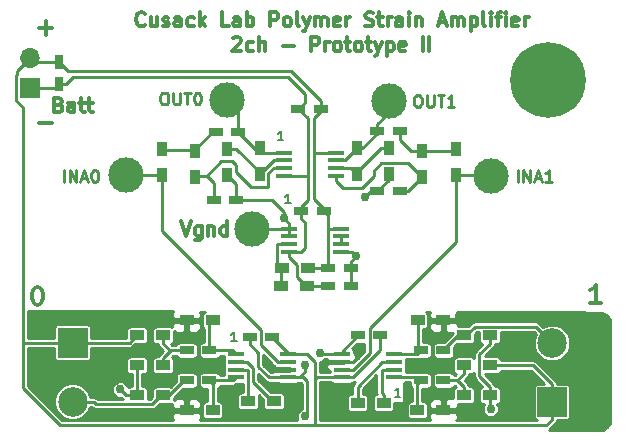
<source format=gbr>
G04 #@! TF.FileFunction,Copper,L1,Top,Signal*
%FSLAX46Y46*%
G04 Gerber Fmt 4.6, Leading zero omitted, Abs format (unit mm)*
G04 Created by KiCad (PCBNEW 4.0.6) date Mon Mar 27 12:46:35 2017*
%MOMM*%
%LPD*%
G01*
G04 APERTURE LIST*
%ADD10C,0.088900*%
%ADD11C,0.190500*%
%ADD12C,0.300000*%
%ADD13C,0.250000*%
%ADD14R,1.200000X0.750000*%
%ADD15R,1.450000X0.450000*%
%ADD16R,1.200000X0.900000*%
%ADD17R,0.900000X1.200000*%
%ADD18C,3.000000*%
%ADD19R,0.750000X1.200000*%
%ADD20R,1.700000X1.700000*%
%ADD21O,1.700000X1.700000*%
%ADD22C,2.500000*%
%ADD23R,2.500000X2.500000*%
%ADD24C,6.400000*%
%ADD25C,0.754380*%
%ADD26C,0.254000*%
G04 APERTURE END LIST*
D10*
D11*
X124296714Y-89498714D02*
X123861286Y-89498714D01*
X124079000Y-89498714D02*
X124079000Y-88736714D01*
X124006429Y-88845571D01*
X123933857Y-88918143D01*
X123861286Y-88954429D01*
X124931714Y-94832714D02*
X124496286Y-94832714D01*
X124714000Y-94832714D02*
X124714000Y-94070714D01*
X124641429Y-94179571D01*
X124568857Y-94252143D01*
X124496286Y-94288429D01*
X120359714Y-106516714D02*
X119924286Y-106516714D01*
X120142000Y-106516714D02*
X120142000Y-105754714D01*
X120069429Y-105863571D01*
X119996857Y-105936143D01*
X119924286Y-105972429D01*
X134202714Y-111215714D02*
X133767286Y-111215714D01*
X133985000Y-111215714D02*
X133985000Y-110453714D01*
X133912429Y-110562571D01*
X133839857Y-110635143D01*
X133767286Y-110671429D01*
D12*
X103619372Y-88092743D02*
X104762229Y-88092743D01*
D13*
X105734029Y-93035381D02*
X105734029Y-92035381D01*
X106210219Y-93035381D02*
X106210219Y-92035381D01*
X106781648Y-93035381D01*
X106781648Y-92035381D01*
X107210219Y-92749667D02*
X107686410Y-92749667D01*
X107114981Y-93035381D02*
X107448314Y-92035381D01*
X107781648Y-93035381D01*
X108305457Y-92035381D02*
X108400696Y-92035381D01*
X108495934Y-92083000D01*
X108543553Y-92130619D01*
X108591172Y-92225857D01*
X108638791Y-92416333D01*
X108638791Y-92654429D01*
X108591172Y-92844905D01*
X108543553Y-92940143D01*
X108495934Y-92987762D01*
X108400696Y-93035381D01*
X108305457Y-93035381D01*
X108210219Y-92987762D01*
X108162600Y-92940143D01*
X108114981Y-92844905D01*
X108067362Y-92654429D01*
X108067362Y-92416333D01*
X108114981Y-92225857D01*
X108162600Y-92130619D01*
X108210219Y-92083000D01*
X108305457Y-92035381D01*
D12*
X151177572Y-103294571D02*
X150320429Y-103294571D01*
X150749001Y-103294571D02*
X150749001Y-101794571D01*
X150606144Y-102008857D01*
X150463286Y-102151714D01*
X150320429Y-102223143D01*
X103576428Y-103437429D02*
X103433571Y-103437429D01*
X103290714Y-103366000D01*
X103219285Y-103294571D01*
X103147856Y-103151714D01*
X103076428Y-102866000D01*
X103076428Y-102508857D01*
X103147856Y-102223143D01*
X103219285Y-102080286D01*
X103290714Y-102008857D01*
X103433571Y-101937429D01*
X103576428Y-101937429D01*
X103719285Y-102008857D01*
X103790714Y-102080286D01*
X103862142Y-102223143D01*
X103933571Y-102508857D01*
X103933571Y-102866000D01*
X103862142Y-103151714D01*
X103790714Y-103294571D01*
X103719285Y-103366000D01*
X103576428Y-103437429D01*
D13*
X114144609Y-85482181D02*
X114335086Y-85482181D01*
X114430324Y-85529800D01*
X114525562Y-85625038D01*
X114573181Y-85815514D01*
X114573181Y-86148848D01*
X114525562Y-86339324D01*
X114430324Y-86434562D01*
X114335086Y-86482181D01*
X114144609Y-86482181D01*
X114049371Y-86434562D01*
X113954133Y-86339324D01*
X113906514Y-86148848D01*
X113906514Y-85815514D01*
X113954133Y-85625038D01*
X114049371Y-85529800D01*
X114144609Y-85482181D01*
X115001752Y-85482181D02*
X115001752Y-86291705D01*
X115049371Y-86386943D01*
X115096990Y-86434562D01*
X115192228Y-86482181D01*
X115382705Y-86482181D01*
X115477943Y-86434562D01*
X115525562Y-86386943D01*
X115573181Y-86291705D01*
X115573181Y-85482181D01*
X115906514Y-85482181D02*
X116477943Y-85482181D01*
X116192228Y-86482181D02*
X116192228Y-85482181D01*
X117001752Y-85482181D02*
X117096991Y-85482181D01*
X117192229Y-85529800D01*
X117239848Y-85577419D01*
X117287467Y-85672657D01*
X117335086Y-85863133D01*
X117335086Y-86101229D01*
X117287467Y-86291705D01*
X117239848Y-86386943D01*
X117192229Y-86434562D01*
X117096991Y-86482181D01*
X117001752Y-86482181D01*
X116906514Y-86434562D01*
X116858895Y-86386943D01*
X116811276Y-86291705D01*
X116763657Y-86101229D01*
X116763657Y-85863133D01*
X116811276Y-85672657D01*
X116858895Y-85577419D01*
X116906514Y-85529800D01*
X117001752Y-85482181D01*
X144164229Y-93035381D02*
X144164229Y-92035381D01*
X144640419Y-93035381D02*
X144640419Y-92035381D01*
X145211848Y-93035381D01*
X145211848Y-92035381D01*
X145640419Y-92749667D02*
X146116610Y-92749667D01*
X145545181Y-93035381D02*
X145878514Y-92035381D01*
X146211848Y-93035381D01*
X147068991Y-93035381D02*
X146497562Y-93035381D01*
X146783276Y-93035381D02*
X146783276Y-92035381D01*
X146688038Y-92178238D01*
X146592800Y-92273476D01*
X146497562Y-92321095D01*
X135607609Y-85685381D02*
X135798086Y-85685381D01*
X135893324Y-85733000D01*
X135988562Y-85828238D01*
X136036181Y-86018714D01*
X136036181Y-86352048D01*
X135988562Y-86542524D01*
X135893324Y-86637762D01*
X135798086Y-86685381D01*
X135607609Y-86685381D01*
X135512371Y-86637762D01*
X135417133Y-86542524D01*
X135369514Y-86352048D01*
X135369514Y-86018714D01*
X135417133Y-85828238D01*
X135512371Y-85733000D01*
X135607609Y-85685381D01*
X136464752Y-85685381D02*
X136464752Y-86494905D01*
X136512371Y-86590143D01*
X136559990Y-86637762D01*
X136655228Y-86685381D01*
X136845705Y-86685381D01*
X136940943Y-86637762D01*
X136988562Y-86590143D01*
X137036181Y-86494905D01*
X137036181Y-85685381D01*
X137369514Y-85685381D02*
X137940943Y-85685381D01*
X137655228Y-86685381D02*
X137655228Y-85685381D01*
X138798086Y-86685381D02*
X138226657Y-86685381D01*
X138512371Y-86685381D02*
X138512371Y-85685381D01*
X138417133Y-85828238D01*
X138321895Y-85923476D01*
X138226657Y-85971095D01*
D12*
X112568430Y-79769571D02*
X112511287Y-79826714D01*
X112339858Y-79883857D01*
X112225572Y-79883857D01*
X112054144Y-79826714D01*
X111939858Y-79712429D01*
X111882715Y-79598143D01*
X111825572Y-79369571D01*
X111825572Y-79198143D01*
X111882715Y-78969571D01*
X111939858Y-78855286D01*
X112054144Y-78741000D01*
X112225572Y-78683857D01*
X112339858Y-78683857D01*
X112511287Y-78741000D01*
X112568430Y-78798143D01*
X113597001Y-79083857D02*
X113597001Y-79883857D01*
X113082715Y-79083857D02*
X113082715Y-79712429D01*
X113139858Y-79826714D01*
X113254144Y-79883857D01*
X113425572Y-79883857D01*
X113539858Y-79826714D01*
X113597001Y-79769571D01*
X114111286Y-79826714D02*
X114225572Y-79883857D01*
X114454144Y-79883857D01*
X114568429Y-79826714D01*
X114625572Y-79712429D01*
X114625572Y-79655286D01*
X114568429Y-79541000D01*
X114454144Y-79483857D01*
X114282715Y-79483857D01*
X114168429Y-79426714D01*
X114111286Y-79312429D01*
X114111286Y-79255286D01*
X114168429Y-79141000D01*
X114282715Y-79083857D01*
X114454144Y-79083857D01*
X114568429Y-79141000D01*
X115654144Y-79883857D02*
X115654144Y-79255286D01*
X115597001Y-79141000D01*
X115482715Y-79083857D01*
X115254144Y-79083857D01*
X115139858Y-79141000D01*
X115654144Y-79826714D02*
X115539858Y-79883857D01*
X115254144Y-79883857D01*
X115139858Y-79826714D01*
X115082715Y-79712429D01*
X115082715Y-79598143D01*
X115139858Y-79483857D01*
X115254144Y-79426714D01*
X115539858Y-79426714D01*
X115654144Y-79369571D01*
X116739858Y-79826714D02*
X116625572Y-79883857D01*
X116397001Y-79883857D01*
X116282715Y-79826714D01*
X116225572Y-79769571D01*
X116168429Y-79655286D01*
X116168429Y-79312429D01*
X116225572Y-79198143D01*
X116282715Y-79141000D01*
X116397001Y-79083857D01*
X116625572Y-79083857D01*
X116739858Y-79141000D01*
X117254143Y-79883857D02*
X117254143Y-78683857D01*
X117368429Y-79426714D02*
X117711286Y-79883857D01*
X117711286Y-79083857D02*
X117254143Y-79541000D01*
X119711287Y-79883857D02*
X119139858Y-79883857D01*
X119139858Y-78683857D01*
X120625573Y-79883857D02*
X120625573Y-79255286D01*
X120568430Y-79141000D01*
X120454144Y-79083857D01*
X120225573Y-79083857D01*
X120111287Y-79141000D01*
X120625573Y-79826714D02*
X120511287Y-79883857D01*
X120225573Y-79883857D01*
X120111287Y-79826714D01*
X120054144Y-79712429D01*
X120054144Y-79598143D01*
X120111287Y-79483857D01*
X120225573Y-79426714D01*
X120511287Y-79426714D01*
X120625573Y-79369571D01*
X121197001Y-79883857D02*
X121197001Y-78683857D01*
X121197001Y-79141000D02*
X121311287Y-79083857D01*
X121539858Y-79083857D01*
X121654144Y-79141000D01*
X121711287Y-79198143D01*
X121768430Y-79312429D01*
X121768430Y-79655286D01*
X121711287Y-79769571D01*
X121654144Y-79826714D01*
X121539858Y-79883857D01*
X121311287Y-79883857D01*
X121197001Y-79826714D01*
X123197001Y-79883857D02*
X123197001Y-78683857D01*
X123654144Y-78683857D01*
X123768430Y-78741000D01*
X123825573Y-78798143D01*
X123882716Y-78912429D01*
X123882716Y-79083857D01*
X123825573Y-79198143D01*
X123768430Y-79255286D01*
X123654144Y-79312429D01*
X123197001Y-79312429D01*
X124568430Y-79883857D02*
X124454144Y-79826714D01*
X124397001Y-79769571D01*
X124339858Y-79655286D01*
X124339858Y-79312429D01*
X124397001Y-79198143D01*
X124454144Y-79141000D01*
X124568430Y-79083857D01*
X124739858Y-79083857D01*
X124854144Y-79141000D01*
X124911287Y-79198143D01*
X124968430Y-79312429D01*
X124968430Y-79655286D01*
X124911287Y-79769571D01*
X124854144Y-79826714D01*
X124739858Y-79883857D01*
X124568430Y-79883857D01*
X125654144Y-79883857D02*
X125539858Y-79826714D01*
X125482715Y-79712429D01*
X125482715Y-78683857D01*
X125997001Y-79083857D02*
X126282715Y-79883857D01*
X126568429Y-79083857D02*
X126282715Y-79883857D01*
X126168429Y-80169571D01*
X126111286Y-80226714D01*
X125997001Y-80283857D01*
X127025572Y-79883857D02*
X127025572Y-79083857D01*
X127025572Y-79198143D02*
X127082715Y-79141000D01*
X127197001Y-79083857D01*
X127368429Y-79083857D01*
X127482715Y-79141000D01*
X127539858Y-79255286D01*
X127539858Y-79883857D01*
X127539858Y-79255286D02*
X127597001Y-79141000D01*
X127711287Y-79083857D01*
X127882715Y-79083857D01*
X127997001Y-79141000D01*
X128054144Y-79255286D01*
X128054144Y-79883857D01*
X129082715Y-79826714D02*
X128968429Y-79883857D01*
X128739858Y-79883857D01*
X128625572Y-79826714D01*
X128568429Y-79712429D01*
X128568429Y-79255286D01*
X128625572Y-79141000D01*
X128739858Y-79083857D01*
X128968429Y-79083857D01*
X129082715Y-79141000D01*
X129139858Y-79255286D01*
X129139858Y-79369571D01*
X128568429Y-79483857D01*
X129654143Y-79883857D02*
X129654143Y-79083857D01*
X129654143Y-79312429D02*
X129711286Y-79198143D01*
X129768429Y-79141000D01*
X129882715Y-79083857D01*
X129997000Y-79083857D01*
X131254143Y-79826714D02*
X131425572Y-79883857D01*
X131711286Y-79883857D01*
X131825572Y-79826714D01*
X131882715Y-79769571D01*
X131939858Y-79655286D01*
X131939858Y-79541000D01*
X131882715Y-79426714D01*
X131825572Y-79369571D01*
X131711286Y-79312429D01*
X131482715Y-79255286D01*
X131368429Y-79198143D01*
X131311286Y-79141000D01*
X131254143Y-79026714D01*
X131254143Y-78912429D01*
X131311286Y-78798143D01*
X131368429Y-78741000D01*
X131482715Y-78683857D01*
X131768429Y-78683857D01*
X131939858Y-78741000D01*
X132282715Y-79083857D02*
X132739858Y-79083857D01*
X132454143Y-78683857D02*
X132454143Y-79712429D01*
X132511286Y-79826714D01*
X132625572Y-79883857D01*
X132739858Y-79883857D01*
X133139857Y-79883857D02*
X133139857Y-79083857D01*
X133139857Y-79312429D02*
X133197000Y-79198143D01*
X133254143Y-79141000D01*
X133368429Y-79083857D01*
X133482714Y-79083857D01*
X134397000Y-79883857D02*
X134397000Y-79255286D01*
X134339857Y-79141000D01*
X134225571Y-79083857D01*
X133997000Y-79083857D01*
X133882714Y-79141000D01*
X134397000Y-79826714D02*
X134282714Y-79883857D01*
X133997000Y-79883857D01*
X133882714Y-79826714D01*
X133825571Y-79712429D01*
X133825571Y-79598143D01*
X133882714Y-79483857D01*
X133997000Y-79426714D01*
X134282714Y-79426714D01*
X134397000Y-79369571D01*
X134968428Y-79883857D02*
X134968428Y-79083857D01*
X134968428Y-78683857D02*
X134911285Y-78741000D01*
X134968428Y-78798143D01*
X135025571Y-78741000D01*
X134968428Y-78683857D01*
X134968428Y-78798143D01*
X135539857Y-79083857D02*
X135539857Y-79883857D01*
X135539857Y-79198143D02*
X135597000Y-79141000D01*
X135711286Y-79083857D01*
X135882714Y-79083857D01*
X135997000Y-79141000D01*
X136054143Y-79255286D01*
X136054143Y-79883857D01*
X137482714Y-79541000D02*
X138054143Y-79541000D01*
X137368429Y-79883857D02*
X137768429Y-78683857D01*
X138168429Y-79883857D01*
X138568428Y-79883857D02*
X138568428Y-79083857D01*
X138568428Y-79198143D02*
X138625571Y-79141000D01*
X138739857Y-79083857D01*
X138911285Y-79083857D01*
X139025571Y-79141000D01*
X139082714Y-79255286D01*
X139082714Y-79883857D01*
X139082714Y-79255286D02*
X139139857Y-79141000D01*
X139254143Y-79083857D01*
X139425571Y-79083857D01*
X139539857Y-79141000D01*
X139597000Y-79255286D01*
X139597000Y-79883857D01*
X140168428Y-79083857D02*
X140168428Y-80283857D01*
X140168428Y-79141000D02*
X140282714Y-79083857D01*
X140511285Y-79083857D01*
X140625571Y-79141000D01*
X140682714Y-79198143D01*
X140739857Y-79312429D01*
X140739857Y-79655286D01*
X140682714Y-79769571D01*
X140625571Y-79826714D01*
X140511285Y-79883857D01*
X140282714Y-79883857D01*
X140168428Y-79826714D01*
X141425571Y-79883857D02*
X141311285Y-79826714D01*
X141254142Y-79712429D01*
X141254142Y-78683857D01*
X141882713Y-79883857D02*
X141882713Y-79083857D01*
X141882713Y-78683857D02*
X141825570Y-78741000D01*
X141882713Y-78798143D01*
X141939856Y-78741000D01*
X141882713Y-78683857D01*
X141882713Y-78798143D01*
X142282714Y-79083857D02*
X142739857Y-79083857D01*
X142454142Y-79883857D02*
X142454142Y-78855286D01*
X142511285Y-78741000D01*
X142625571Y-78683857D01*
X142739857Y-78683857D01*
X143139856Y-79883857D02*
X143139856Y-79083857D01*
X143139856Y-78683857D02*
X143082713Y-78741000D01*
X143139856Y-78798143D01*
X143196999Y-78741000D01*
X143139856Y-78683857D01*
X143139856Y-78798143D01*
X144168428Y-79826714D02*
X144054142Y-79883857D01*
X143825571Y-79883857D01*
X143711285Y-79826714D01*
X143654142Y-79712429D01*
X143654142Y-79255286D01*
X143711285Y-79141000D01*
X143825571Y-79083857D01*
X144054142Y-79083857D01*
X144168428Y-79141000D01*
X144225571Y-79255286D01*
X144225571Y-79369571D01*
X143654142Y-79483857D01*
X144739856Y-79883857D02*
X144739856Y-79083857D01*
X144739856Y-79312429D02*
X144796999Y-79198143D01*
X144854142Y-79141000D01*
X144968428Y-79083857D01*
X145082713Y-79083857D01*
X120054143Y-80898143D02*
X120111286Y-80841000D01*
X120225572Y-80783857D01*
X120511286Y-80783857D01*
X120625572Y-80841000D01*
X120682715Y-80898143D01*
X120739858Y-81012429D01*
X120739858Y-81126714D01*
X120682715Y-81298143D01*
X119997001Y-81983857D01*
X120739858Y-81983857D01*
X121768429Y-81926714D02*
X121654143Y-81983857D01*
X121425572Y-81983857D01*
X121311286Y-81926714D01*
X121254143Y-81869571D01*
X121197000Y-81755286D01*
X121197000Y-81412429D01*
X121254143Y-81298143D01*
X121311286Y-81241000D01*
X121425572Y-81183857D01*
X121654143Y-81183857D01*
X121768429Y-81241000D01*
X122282714Y-81983857D02*
X122282714Y-80783857D01*
X122797000Y-81983857D02*
X122797000Y-81355286D01*
X122739857Y-81241000D01*
X122625571Y-81183857D01*
X122454143Y-81183857D01*
X122339857Y-81241000D01*
X122282714Y-81298143D01*
X124282714Y-81526714D02*
X125197000Y-81526714D01*
X126682714Y-81983857D02*
X126682714Y-80783857D01*
X127139857Y-80783857D01*
X127254143Y-80841000D01*
X127311286Y-80898143D01*
X127368429Y-81012429D01*
X127368429Y-81183857D01*
X127311286Y-81298143D01*
X127254143Y-81355286D01*
X127139857Y-81412429D01*
X126682714Y-81412429D01*
X127882714Y-81983857D02*
X127882714Y-81183857D01*
X127882714Y-81412429D02*
X127939857Y-81298143D01*
X127997000Y-81241000D01*
X128111286Y-81183857D01*
X128225571Y-81183857D01*
X128797000Y-81983857D02*
X128682714Y-81926714D01*
X128625571Y-81869571D01*
X128568428Y-81755286D01*
X128568428Y-81412429D01*
X128625571Y-81298143D01*
X128682714Y-81241000D01*
X128797000Y-81183857D01*
X128968428Y-81183857D01*
X129082714Y-81241000D01*
X129139857Y-81298143D01*
X129197000Y-81412429D01*
X129197000Y-81755286D01*
X129139857Y-81869571D01*
X129082714Y-81926714D01*
X128968428Y-81983857D01*
X128797000Y-81983857D01*
X129539857Y-81183857D02*
X129997000Y-81183857D01*
X129711285Y-80783857D02*
X129711285Y-81812429D01*
X129768428Y-81926714D01*
X129882714Y-81983857D01*
X129997000Y-81983857D01*
X130568428Y-81983857D02*
X130454142Y-81926714D01*
X130396999Y-81869571D01*
X130339856Y-81755286D01*
X130339856Y-81412429D01*
X130396999Y-81298143D01*
X130454142Y-81241000D01*
X130568428Y-81183857D01*
X130739856Y-81183857D01*
X130854142Y-81241000D01*
X130911285Y-81298143D01*
X130968428Y-81412429D01*
X130968428Y-81755286D01*
X130911285Y-81869571D01*
X130854142Y-81926714D01*
X130739856Y-81983857D01*
X130568428Y-81983857D01*
X131311285Y-81183857D02*
X131768428Y-81183857D01*
X131482713Y-80783857D02*
X131482713Y-81812429D01*
X131539856Y-81926714D01*
X131654142Y-81983857D01*
X131768428Y-81983857D01*
X132054142Y-81183857D02*
X132339856Y-81983857D01*
X132625570Y-81183857D02*
X132339856Y-81983857D01*
X132225570Y-82269571D01*
X132168427Y-82326714D01*
X132054142Y-82383857D01*
X133082713Y-81183857D02*
X133082713Y-82383857D01*
X133082713Y-81241000D02*
X133196999Y-81183857D01*
X133425570Y-81183857D01*
X133539856Y-81241000D01*
X133596999Y-81298143D01*
X133654142Y-81412429D01*
X133654142Y-81755286D01*
X133596999Y-81869571D01*
X133539856Y-81926714D01*
X133425570Y-81983857D01*
X133196999Y-81983857D01*
X133082713Y-81926714D01*
X134625570Y-81926714D02*
X134511284Y-81983857D01*
X134282713Y-81983857D01*
X134168427Y-81926714D01*
X134111284Y-81812429D01*
X134111284Y-81355286D01*
X134168427Y-81241000D01*
X134282713Y-81183857D01*
X134511284Y-81183857D01*
X134625570Y-81241000D01*
X134682713Y-81355286D01*
X134682713Y-81469571D01*
X134111284Y-81583857D01*
X136111284Y-81983857D02*
X136111284Y-80783857D01*
X136682713Y-81983857D02*
X136682713Y-80783857D01*
X115675030Y-96396257D02*
X116075030Y-97596257D01*
X116475030Y-96396257D01*
X117389315Y-96796257D02*
X117389315Y-97767686D01*
X117332172Y-97881971D01*
X117275029Y-97939114D01*
X117160744Y-97996257D01*
X116989315Y-97996257D01*
X116875029Y-97939114D01*
X117389315Y-97539114D02*
X117275029Y-97596257D01*
X117046458Y-97596257D01*
X116932172Y-97539114D01*
X116875029Y-97481971D01*
X116817886Y-97367686D01*
X116817886Y-97024829D01*
X116875029Y-96910543D01*
X116932172Y-96853400D01*
X117046458Y-96796257D01*
X117275029Y-96796257D01*
X117389315Y-96853400D01*
X117960743Y-96796257D02*
X117960743Y-97596257D01*
X117960743Y-96910543D02*
X118017886Y-96853400D01*
X118132172Y-96796257D01*
X118303600Y-96796257D01*
X118417886Y-96853400D01*
X118475029Y-96967686D01*
X118475029Y-97596257D01*
X119560743Y-97596257D02*
X119560743Y-96396257D01*
X119560743Y-97539114D02*
X119446457Y-97596257D01*
X119217886Y-97596257D01*
X119103600Y-97539114D01*
X119046457Y-97481971D01*
X118989314Y-97367686D01*
X118989314Y-97024829D01*
X119046457Y-96910543D01*
X119103600Y-96853400D01*
X119217886Y-96796257D01*
X119446457Y-96796257D01*
X119560743Y-96853400D01*
X103619372Y-80015543D02*
X104762229Y-80015543D01*
X104190800Y-80586971D02*
X104190800Y-79444114D01*
X105308543Y-86502886D02*
X105479972Y-86560029D01*
X105537115Y-86617171D01*
X105594258Y-86731457D01*
X105594258Y-86902886D01*
X105537115Y-87017171D01*
X105479972Y-87074314D01*
X105365686Y-87131457D01*
X104908543Y-87131457D01*
X104908543Y-85931457D01*
X105308543Y-85931457D01*
X105422829Y-85988600D01*
X105479972Y-86045743D01*
X105537115Y-86160029D01*
X105537115Y-86274314D01*
X105479972Y-86388600D01*
X105422829Y-86445743D01*
X105308543Y-86502886D01*
X104908543Y-86502886D01*
X106622829Y-87131457D02*
X106622829Y-86502886D01*
X106565686Y-86388600D01*
X106451400Y-86331457D01*
X106222829Y-86331457D01*
X106108543Y-86388600D01*
X106622829Y-87074314D02*
X106508543Y-87131457D01*
X106222829Y-87131457D01*
X106108543Y-87074314D01*
X106051400Y-86960029D01*
X106051400Y-86845743D01*
X106108543Y-86731457D01*
X106222829Y-86674314D01*
X106508543Y-86674314D01*
X106622829Y-86617171D01*
X107022829Y-86331457D02*
X107479972Y-86331457D01*
X107194257Y-85931457D02*
X107194257Y-86960029D01*
X107251400Y-87074314D01*
X107365686Y-87131457D01*
X107479972Y-87131457D01*
X107708543Y-86331457D02*
X108165686Y-86331457D01*
X107879971Y-85931457D02*
X107879971Y-86960029D01*
X107937114Y-87074314D01*
X108051400Y-87131457D01*
X108165686Y-87131457D01*
D14*
X118430000Y-94615000D03*
X120330000Y-94615000D03*
D15*
X124342800Y-90566600D03*
X124342800Y-91216600D03*
X124342800Y-91866600D03*
X124342800Y-92516600D03*
X128742800Y-92516600D03*
X128742800Y-91866600D03*
X128742800Y-91216600D03*
X128742800Y-90566600D03*
D16*
X137864430Y-112395000D03*
X135664430Y-112395000D03*
X139616000Y-111125000D03*
X141816000Y-111125000D03*
X141816000Y-108585000D03*
X139616000Y-108585000D03*
X139616000Y-106045000D03*
X141816000Y-106045000D03*
D14*
X135956000Y-107315000D03*
X137856000Y-107315000D03*
D16*
X135674430Y-104775000D03*
X137874430Y-104775000D03*
D14*
X135956000Y-109855000D03*
X137856000Y-109855000D03*
D15*
X133661933Y-109595199D03*
X133661933Y-108945199D03*
X133661933Y-108295199D03*
X133661933Y-107645199D03*
X129261933Y-107645199D03*
X129261933Y-108295199D03*
X129261933Y-108945199D03*
X129261933Y-109595199D03*
X120295734Y-107646684D03*
X120295734Y-108296684D03*
X120295734Y-108946684D03*
X120295734Y-109596684D03*
X124695734Y-109596684D03*
X124695734Y-108946684D03*
X124695734Y-108296684D03*
X124695734Y-107646684D03*
D17*
X130556000Y-90188506D03*
X130556000Y-92388506D03*
D15*
X124825400Y-96992801D03*
X124825400Y-97642801D03*
X124825400Y-98292801D03*
X124825400Y-98942801D03*
X129225400Y-98942801D03*
X129225400Y-98292801D03*
X129225400Y-97642801D03*
X129225400Y-96992801D03*
D16*
X130599001Y-111760000D03*
X132799001Y-111760000D03*
D14*
X134173000Y-93853000D03*
X132273000Y-93853000D03*
X132273000Y-88773000D03*
X134173000Y-88773000D03*
D16*
X126347400Y-101828601D03*
X124147400Y-101828601D03*
X124172800Y-100355400D03*
X126372800Y-100355400D03*
D18*
X121691400Y-97053399D03*
D16*
X114130000Y-111125000D03*
X111930000Y-111125000D03*
D14*
X128105247Y-100332249D03*
X130005247Y-100332249D03*
X130005247Y-101830849D03*
X128105247Y-101830849D03*
D19*
X105308400Y-82895400D03*
X105308400Y-84795400D03*
D14*
X123378000Y-106172000D03*
X121478000Y-106172000D03*
X127492800Y-86842600D03*
X125592800Y-86842600D03*
X118044000Y-109855000D03*
X116144000Y-109855000D03*
X118044000Y-107315000D03*
X116144000Y-107315000D03*
X120482400Y-88849200D03*
X118582400Y-88849200D03*
X127721400Y-95529400D03*
X125821400Y-95529400D03*
D20*
X102870000Y-85090000D03*
D21*
X102870000Y-82550000D03*
D22*
X106476800Y-111654600D03*
D23*
X106476800Y-106654600D03*
D22*
X147066000Y-106680000D03*
D23*
X147066000Y-111680000D03*
D18*
X110998000Y-92456000D03*
X119557800Y-86106000D03*
X141859000Y-92583000D03*
X133223000Y-86233000D03*
D16*
X111930000Y-106045000D03*
X114130000Y-106045000D03*
X118321000Y-112395000D03*
X116121000Y-112395000D03*
X121328000Y-111633000D03*
X123528000Y-111633000D03*
X114130000Y-108585000D03*
X111930000Y-108585000D03*
X116121000Y-104775000D03*
X118321000Y-104775000D03*
D17*
X114071400Y-90274934D03*
X114071400Y-92474934D03*
X116797666Y-92641600D03*
X116797666Y-90441600D03*
X122300998Y-90188506D03*
X122300998Y-92388506D03*
X119557800Y-92484477D03*
X119557800Y-90284477D03*
X138963400Y-90274934D03*
X138963400Y-92474934D03*
X136093197Y-92641600D03*
X136093197Y-90441600D03*
D24*
X146685000Y-84455000D03*
D17*
X133273800Y-92388506D03*
X133273800Y-90188506D03*
D14*
X132522000Y-106045000D03*
X130622000Y-106045000D03*
D25*
X130625543Y-107596095D03*
X123443649Y-108914684D03*
X131191000Y-94361000D03*
X139192000Y-112522000D03*
X139192000Y-104394000D03*
X114808000Y-104648000D03*
X114681000Y-112268000D03*
X130505200Y-99314001D03*
X124358399Y-96113602D03*
X127381000Y-107569000D03*
X126111000Y-108585000D03*
X126111000Y-112903000D03*
X141859000Y-112268000D03*
X110490000Y-110617000D03*
D26*
X130625543Y-107910589D02*
X130625543Y-107596095D01*
X129261933Y-108295199D02*
X130240933Y-108295199D01*
X130240933Y-108295199D02*
X130625543Y-107910589D01*
X123475649Y-108946684D02*
X123443649Y-108914684D01*
X124695734Y-108946684D02*
X123475649Y-108946684D01*
X132273000Y-93853000D02*
X131699000Y-93853000D01*
X131699000Y-93853000D02*
X131191000Y-94361000D01*
X120330000Y-94615000D02*
X120330000Y-93256677D01*
X120330000Y-93256677D02*
X119557800Y-92484477D01*
X124358399Y-96113602D02*
X124358399Y-95580175D01*
X124358399Y-95580175D02*
X123393224Y-94615000D01*
X123393224Y-94615000D02*
X121184000Y-94615000D01*
X121184000Y-94615000D02*
X120330000Y-94615000D01*
X133273800Y-92388506D02*
X133273800Y-92852200D01*
X133273800Y-92852200D02*
X132273000Y-93853000D01*
X120105000Y-94615000D02*
X120330000Y-94615000D01*
X137864430Y-112395000D02*
X139065000Y-112395000D01*
X139065000Y-112395000D02*
X139192000Y-112522000D01*
X137874430Y-104775000D02*
X138811000Y-104775000D01*
X138811000Y-104775000D02*
X139192000Y-104394000D01*
X116121000Y-104775000D02*
X114935000Y-104775000D01*
X114935000Y-104775000D02*
X114808000Y-104648000D01*
X116121000Y-112395000D02*
X114808000Y-112395000D01*
X114808000Y-112395000D02*
X114681000Y-112268000D01*
X130005243Y-100332249D02*
X130005244Y-99813956D01*
X130005244Y-99813956D02*
X130505200Y-99314001D01*
X130005247Y-101830849D02*
X130005247Y-100332251D01*
X130005247Y-100332251D02*
X130005243Y-100332249D01*
X124825400Y-97642800D02*
X124825398Y-96992800D01*
X129225401Y-98942800D02*
X130134002Y-98942799D01*
X130134002Y-98942799D02*
X130505200Y-99314001D01*
X124825398Y-96992800D02*
X124825400Y-96580600D01*
X124825400Y-96580600D02*
X124358399Y-96113602D01*
X121691400Y-97053399D02*
X124764798Y-97053399D01*
X124764798Y-97053399D02*
X124825398Y-96992800D01*
X118044000Y-109855000D02*
X120037418Y-109855000D01*
X120037418Y-109855000D02*
X120295734Y-109596684D01*
X118321000Y-112395000D02*
X118321000Y-110132000D01*
X118321000Y-110132000D02*
X118044000Y-109855000D01*
X118044000Y-107315000D02*
X118044000Y-105052000D01*
X118044000Y-105052000D02*
X118321000Y-104775000D01*
X118044000Y-107315000D02*
X119964050Y-107315000D01*
X119964050Y-107315000D02*
X120295734Y-107646684D01*
X116797666Y-90340000D02*
X114071400Y-90340000D01*
X118582400Y-88849200D02*
X118288466Y-88849200D01*
X118288466Y-88849200D02*
X116797666Y-90340000D01*
X124342800Y-91866600D02*
X123494158Y-91866600D01*
X120312601Y-91640636D02*
X119984965Y-91313000D01*
X123494158Y-91866600D02*
X123055799Y-92304959D01*
X120312601Y-92167845D02*
X120312601Y-91640636D01*
X123055799Y-92304959D02*
X123055799Y-93401441D01*
X119984965Y-91313000D02*
X119055200Y-91313000D01*
X123055799Y-93401441D02*
X122994839Y-93462401D01*
X119055200Y-91313000D02*
X117828200Y-92540000D01*
X122994839Y-93462401D02*
X121607157Y-93462401D01*
X121607157Y-93462401D02*
X120312601Y-92167845D01*
X118430000Y-94041000D02*
X118430000Y-94615000D01*
X117828200Y-92540000D02*
X118430000Y-93141800D01*
X118430000Y-93141800D02*
X118430000Y-94041000D01*
X116797666Y-92540000D02*
X117828200Y-92540000D01*
X136093197Y-90441600D02*
X138796734Y-90441600D01*
X138796734Y-90441600D02*
X138963400Y-90274934D01*
X134198400Y-88900000D02*
X134198400Y-89529000D01*
X134198400Y-89529000D02*
X135111000Y-90441600D01*
X135111000Y-90441600D02*
X135389197Y-90441600D01*
X135389197Y-90441600D02*
X136093197Y-90441600D01*
X135674430Y-104775000D02*
X135674430Y-107033430D01*
X135674430Y-107033430D02*
X135956000Y-107315000D01*
X133661933Y-107645199D02*
X135625801Y-107645199D01*
X135625801Y-107645199D02*
X135956000Y-107315000D01*
X134173000Y-93853000D02*
X134881797Y-93853000D01*
X134881797Y-93853000D02*
X136093197Y-92641600D01*
X128742800Y-92516600D02*
X128742800Y-92995600D01*
X134874000Y-91440000D02*
X136075600Y-92641600D01*
X128742800Y-92995600D02*
X129346200Y-93599000D01*
X129346200Y-93599000D02*
X130937000Y-93599000D01*
X130937000Y-93599000D02*
X131953000Y-92583000D01*
X131953000Y-92583000D02*
X131953000Y-92110664D01*
X131953000Y-92110664D02*
X132623664Y-91440000D01*
X132623664Y-91440000D02*
X134874000Y-91440000D01*
X136075600Y-92641600D02*
X136093197Y-92641600D01*
X135664430Y-112395000D02*
X135664430Y-110146570D01*
X135664430Y-110146570D02*
X135956000Y-109855000D01*
X133661933Y-109595199D02*
X135696199Y-109595199D01*
X135696199Y-109595199D02*
X135956000Y-109855000D01*
X124172798Y-100355395D02*
X124022797Y-100355398D01*
X124022797Y-100355398D02*
X123795598Y-100128200D01*
X123795598Y-100128200D02*
X123795598Y-98343602D01*
X123795598Y-98343602D02*
X123846401Y-98292803D01*
X123846401Y-98292803D02*
X124825401Y-98292800D01*
X124147399Y-101828599D02*
X124147403Y-100380795D01*
X124147403Y-100380795D02*
X124172798Y-100355395D01*
X121328000Y-111633000D02*
X121328000Y-108999950D01*
X121328000Y-108999950D02*
X121274734Y-108946684D01*
X121274734Y-108946684D02*
X120295734Y-108946684D01*
X123528000Y-111633000D02*
X123378000Y-111633000D01*
X123378000Y-111633000D02*
X121759810Y-110014810D01*
X121759810Y-110014810D02*
X121759810Y-108781760D01*
X121759810Y-108781760D02*
X121274734Y-108296684D01*
X121274734Y-108296684D02*
X120295734Y-108296684D01*
X129225399Y-97642798D02*
X129225400Y-98292799D01*
X120482400Y-88849200D02*
X120482400Y-87030600D01*
X120482400Y-87030600D02*
X119557800Y-86106000D01*
X122300998Y-90357600D02*
X121990800Y-90357600D01*
X121990800Y-90357600D02*
X120482400Y-88849200D01*
X124342800Y-90566600D02*
X122509998Y-90566600D01*
X122509998Y-90566600D02*
X122300998Y-90357600D01*
X132273000Y-88773000D02*
X132273000Y-88144000D01*
X132273000Y-88144000D02*
X133223000Y-87194000D01*
X133223000Y-87194000D02*
X133223000Y-86233000D01*
X130556000Y-90188506D02*
X131009894Y-90188506D01*
X131009894Y-90188506D02*
X132298400Y-88900000D01*
X128742800Y-91216600D02*
X129527906Y-91216600D01*
X129527906Y-91216600D02*
X130556000Y-90188506D01*
X124695734Y-108296684D02*
X123847092Y-108296684D01*
X123847092Y-108296684D02*
X122382801Y-106832393D01*
X122382801Y-106832393D02*
X122382801Y-105553159D01*
X114046000Y-92456000D02*
X114052466Y-92456000D01*
X122382801Y-105553159D02*
X114046000Y-97216358D01*
X114046000Y-97216358D02*
X114046000Y-92456000D01*
X114052466Y-92456000D02*
X114071400Y-92474934D01*
X114071400Y-92474934D02*
X111016934Y-92474934D01*
X111016934Y-92474934D02*
X110998000Y-92456000D01*
X129261933Y-108945199D02*
X130240933Y-108945199D01*
X131617199Y-107568933D02*
X131617199Y-105426159D01*
X130240933Y-108945199D02*
X131617199Y-107568933D01*
X131617199Y-105426159D02*
X138938000Y-98105358D01*
X138938000Y-98105358D02*
X138938000Y-92710000D01*
X138963400Y-92684600D02*
X138963400Y-92474934D01*
X138938000Y-92710000D02*
X138963400Y-92684600D01*
X138963400Y-92474934D02*
X141750934Y-92474934D01*
X141750934Y-92474934D02*
X141859000Y-92583000D01*
X138963400Y-92474934D02*
X138963400Y-93218000D01*
X138963400Y-93218000D02*
X138963400Y-93328934D01*
X138963400Y-92624934D02*
X138963400Y-92474934D01*
X141816000Y-108585000D02*
X145475000Y-108585000D01*
X145475000Y-108585000D02*
X147066000Y-110176000D01*
X147066000Y-110176000D02*
X147066000Y-111680000D01*
X106476800Y-106654600D02*
X111320400Y-106654600D01*
X111320400Y-106654600D02*
X111930000Y-106045000D01*
X126873000Y-90576400D02*
X126873000Y-87630000D01*
X126873000Y-94488000D02*
X126873000Y-90576400D01*
X126873000Y-90576400D02*
X126882800Y-90566600D01*
X126882800Y-90566600D02*
X128742800Y-90566600D01*
X127721400Y-95529400D02*
X127721400Y-95336400D01*
X127721400Y-95336400D02*
X126873000Y-94488000D01*
X126873000Y-87630000D02*
X127492800Y-87010200D01*
X127492800Y-87010200D02*
X127492800Y-86842600D01*
X127000000Y-113665000D02*
X127762000Y-113665000D01*
X127000000Y-108331000D02*
X127000000Y-109728000D01*
X127000000Y-109728000D02*
X127000000Y-113665000D01*
X129261933Y-109595199D02*
X127132801Y-109595199D01*
X127132801Y-109595199D02*
X127000000Y-109728000D01*
X126492000Y-107823000D02*
X127000000Y-108331000D01*
X126365000Y-107696000D02*
X126492000Y-107823000D01*
X126492000Y-107823000D02*
X126315684Y-107646684D01*
X126315684Y-107646684D02*
X124695734Y-107646684D01*
X129261933Y-109595199D02*
X128899199Y-109595199D01*
X129261933Y-109595199D02*
X130240933Y-109595199D01*
X130240933Y-109595199D02*
X132522000Y-107314132D01*
X132522000Y-107314132D02*
X132522000Y-106674000D01*
X132522000Y-106674000D02*
X132522000Y-106045000D01*
X124695734Y-107646684D02*
X124695734Y-107489734D01*
X124695734Y-107489734D02*
X123378000Y-106172000D01*
X128016000Y-113665000D02*
X127762000Y-113665000D01*
X127762000Y-113665000D02*
X105410000Y-113665000D01*
X128105247Y-100332249D02*
X128105247Y-97028000D01*
X128105247Y-97028000D02*
X128105247Y-95913247D01*
X129225400Y-96992801D02*
X128140446Y-96992801D01*
X128140446Y-96992801D02*
X128105247Y-97028000D01*
X128105247Y-95913247D02*
X127721400Y-95529400D01*
X102235000Y-106654600D02*
X102235000Y-86703642D01*
X101715199Y-86183841D02*
X101715199Y-83996159D01*
X102235000Y-86703642D02*
X101715199Y-86183841D01*
X101727000Y-83693000D02*
X102870000Y-82550000D01*
X101715199Y-83996159D02*
X101727000Y-83984358D01*
X101727000Y-83984358D02*
X101727000Y-83693000D01*
X127492800Y-86842600D02*
X127492800Y-86213600D01*
X127492800Y-86213600D02*
X124921400Y-83642200D01*
X124921400Y-83642200D02*
X106055200Y-83642200D01*
X106055200Y-83642200D02*
X105308400Y-82895400D01*
X105308400Y-82895400D02*
X103215400Y-82895400D01*
X103215400Y-82895400D02*
X102870000Y-82550000D01*
X129286000Y-113665000D02*
X128016000Y-113665000D01*
X102235000Y-110490000D02*
X102235000Y-106654600D01*
X105410000Y-113665000D02*
X102235000Y-110490000D01*
X102235000Y-106654600D02*
X106476800Y-106654600D01*
X146585000Y-113665000D02*
X129286000Y-113665000D01*
X147066000Y-111680000D02*
X147066000Y-113184000D01*
X147066000Y-113184000D02*
X146585000Y-113665000D01*
X126372798Y-100355395D02*
X128082094Y-100355400D01*
X128082094Y-100355400D02*
X128105247Y-100332247D01*
X126365000Y-92532200D02*
X126365000Y-87614800D01*
X126365000Y-94615000D02*
X126365000Y-92532200D01*
X126365000Y-92532200D02*
X126349400Y-92516600D01*
X126349400Y-92516600D02*
X124342800Y-92516600D01*
X125592800Y-86842600D02*
X126111000Y-86324400D01*
X126111000Y-86324400D02*
X126111000Y-85598000D01*
X126111000Y-85598000D02*
X124714000Y-84201000D01*
X124714000Y-84201000D02*
X106531800Y-84201000D01*
X106531800Y-84201000D02*
X105937400Y-84795400D01*
X105937400Y-84795400D02*
X105308400Y-84795400D01*
X125821400Y-95529400D02*
X125821400Y-95158600D01*
X125821400Y-95158600D02*
X126365000Y-94615000D01*
X126365000Y-87614800D02*
X125592800Y-86842600D01*
X127457199Y-107645199D02*
X127381000Y-107569000D01*
X129261933Y-107645199D02*
X127457199Y-107645199D01*
X125674734Y-109596684D02*
X126111000Y-109160418D01*
X126111000Y-109160418D02*
X126111000Y-109118427D01*
X124695734Y-109596684D02*
X125674734Y-109596684D01*
X126111000Y-109118427D02*
X126111000Y-108585000D01*
X125979684Y-109596684D02*
X126318010Y-109935010D01*
X126318010Y-109935010D02*
X126318010Y-112983010D01*
X124695734Y-109596684D02*
X125979684Y-109596684D01*
X129261933Y-107645199D02*
X129261933Y-107405067D01*
X129261933Y-107405067D02*
X130622000Y-106045000D01*
X122191620Y-107514620D02*
X121478000Y-106801000D01*
X124695734Y-109596684D02*
X123321316Y-109596684D01*
X123321316Y-109596684D02*
X123317000Y-109601000D01*
X123317000Y-109601000D02*
X123069652Y-109601000D01*
X123069652Y-109601000D02*
X122191620Y-108722968D01*
X122191620Y-108722968D02*
X122191620Y-107514620D01*
X121478000Y-106801000D02*
X121478000Y-106172000D01*
X125804400Y-98942801D02*
X126111000Y-98636201D01*
X126111000Y-98636201D02*
X126111000Y-96448000D01*
X126111000Y-96448000D02*
X125821400Y-96158400D01*
X125821400Y-96158400D02*
X125821400Y-95529400D01*
X102870000Y-85090000D02*
X105013800Y-85090000D01*
X105013800Y-85090000D02*
X105308400Y-84795400D01*
X124825400Y-98942801D02*
X125804400Y-98942801D01*
X125804400Y-98942801D02*
X125855201Y-98892000D01*
X126347399Y-101828599D02*
X126347398Y-101744601D01*
X141816000Y-111125000D02*
X141816000Y-112225000D01*
X141816000Y-112225000D02*
X141859000Y-112268000D01*
X111930000Y-111125000D02*
X110998000Y-111125000D01*
X110998000Y-111125000D02*
X110490000Y-110617000D01*
X129185734Y-107569000D02*
X129261933Y-107645199D01*
X111930000Y-111125000D02*
X111930000Y-110421000D01*
X111930000Y-110421000D02*
X111930000Y-108585000D01*
X141816000Y-106045000D02*
X141816000Y-106749000D01*
X141816000Y-106749000D02*
X140911199Y-107653801D01*
X140911199Y-107653801D02*
X140911199Y-109516199D01*
X140911199Y-109516199D02*
X141816000Y-110421000D01*
X141816000Y-110421000D02*
X141816000Y-111125000D01*
X125323599Y-99919999D02*
X125467994Y-100064397D01*
X124825400Y-99421800D02*
X125323599Y-99919999D01*
X128105247Y-101830848D02*
X126349651Y-101830847D01*
X126349651Y-101830847D02*
X126347399Y-101828599D01*
X124825400Y-98942800D02*
X124825400Y-99421800D01*
X126197396Y-101828601D02*
X126347399Y-101828599D01*
X125467994Y-100064397D02*
X125467996Y-101099196D01*
X125467996Y-101099196D02*
X126197396Y-101828601D01*
X128330245Y-101830849D02*
X128112912Y-101889084D01*
X122300998Y-92388506D02*
X122300998Y-92238506D01*
X122300998Y-92238506D02*
X120346969Y-90284477D01*
X120346969Y-90284477D02*
X120261800Y-90284477D01*
X120261800Y-90284477D02*
X119557800Y-90284477D01*
X122300998Y-92557600D02*
X122300998Y-92407600D01*
X124342800Y-91216600D02*
X123491998Y-91216600D01*
X123491998Y-91216600D02*
X122300998Y-92407600D01*
X130599001Y-111760000D02*
X130599001Y-110379131D01*
X130599001Y-110379131D02*
X132682933Y-108295199D01*
X132682933Y-108295199D02*
X133661933Y-108295199D01*
X132799001Y-111760000D02*
X132799001Y-111056000D01*
X132632132Y-108996000D02*
X132682933Y-108945199D01*
X132799001Y-111056000D02*
X132632132Y-110889131D01*
X132632132Y-110889131D02*
X132632132Y-108996000D01*
X132682933Y-108945199D02*
X133661933Y-108945199D01*
X130556000Y-92388506D02*
X130556000Y-92202306D01*
X132569800Y-90188506D02*
X133273800Y-90188506D01*
X130556000Y-92202306D02*
X132569800Y-90188506D01*
X130556000Y-92388506D02*
X130556000Y-92238506D01*
X128742800Y-91866600D02*
X130034094Y-91866600D01*
X130034094Y-91866600D02*
X130556000Y-92388506D01*
X114130000Y-111125000D02*
X114649000Y-111125000D01*
X114649000Y-111125000D02*
X115919000Y-109855000D01*
X115919000Y-109855000D02*
X116144000Y-109855000D01*
X106476800Y-111654600D02*
X108244566Y-111654600D01*
X108244566Y-111654600D02*
X108469767Y-111879801D01*
X108469767Y-111879801D02*
X113225199Y-111879801D01*
X113225199Y-111879801D02*
X113980000Y-111125000D01*
X113980000Y-111125000D02*
X114130000Y-111125000D01*
X114130000Y-108585000D02*
X114130000Y-107993000D01*
X114130000Y-107993000D02*
X114808000Y-107315000D01*
X114808000Y-107315000D02*
X116144000Y-107315000D01*
X114130000Y-106045000D02*
X114130000Y-106749000D01*
X114130000Y-106749000D02*
X114696000Y-107315000D01*
X114696000Y-107315000D02*
X115290000Y-107315000D01*
X115290000Y-107315000D02*
X116144000Y-107315000D01*
X139616000Y-106045000D02*
X139126000Y-106045000D01*
X139126000Y-106045000D02*
X137856000Y-107315000D01*
X147066000Y-106680000D02*
X145676199Y-105290199D01*
X145676199Y-105290199D02*
X140520801Y-105290199D01*
X140520801Y-105290199D02*
X139766000Y-106045000D01*
X139766000Y-106045000D02*
X139616000Y-106045000D01*
X139616000Y-111125000D02*
X139616000Y-110421000D01*
X139616000Y-110421000D02*
X139050000Y-109855000D01*
X139050000Y-109855000D02*
X138710000Y-109855000D01*
X138710000Y-109855000D02*
X137856000Y-109855000D01*
X139616000Y-108585000D02*
X139616000Y-109289000D01*
X139616000Y-109289000D02*
X139050000Y-109855000D01*
G36*
X136698660Y-104055696D02*
X136639430Y-104198690D01*
X136639430Y-104489250D01*
X136798180Y-104648000D01*
X137747430Y-104648000D01*
X137747430Y-104628000D01*
X138001430Y-104628000D01*
X138001430Y-104648000D01*
X138950680Y-104648000D01*
X139109430Y-104489250D01*
X139109430Y-104198690D01*
X139052083Y-104060242D01*
X149882315Y-104081163D01*
X149882315Y-104118400D01*
X151178832Y-104118400D01*
X151324198Y-104141793D01*
X151642896Y-104305613D01*
X151895099Y-104560177D01*
X151969400Y-104708097D01*
X151969400Y-113411159D01*
X151962038Y-113446961D01*
X151714269Y-113814113D01*
X151363362Y-114047200D01*
X146775283Y-114047200D01*
X146890329Y-113970329D01*
X147371329Y-113489329D01*
X147377562Y-113480000D01*
X147464931Y-113349243D01*
X147477046Y-113288339D01*
X147486508Y-113240771D01*
X148316000Y-113240771D01*
X148428952Y-113219518D01*
X148532692Y-113152763D01*
X148602287Y-113050907D01*
X148626771Y-112930000D01*
X148626771Y-110430000D01*
X148605518Y-110317048D01*
X148538763Y-110213308D01*
X148436907Y-110143713D01*
X148316000Y-110119229D01*
X147486508Y-110119229D01*
X147464931Y-110010758D01*
X147464931Y-110010757D01*
X147371329Y-109870671D01*
X145780329Y-108279671D01*
X145640243Y-108186069D01*
X145475000Y-108153200D01*
X142726771Y-108153200D01*
X142726771Y-108135000D01*
X142705518Y-108022048D01*
X142638763Y-107918308D01*
X142536907Y-107848713D01*
X142416000Y-107824229D01*
X141351429Y-107824229D01*
X142121329Y-107054329D01*
X142159210Y-106997636D01*
X142214931Y-106914243D01*
X142226164Y-106857771D01*
X142236508Y-106805771D01*
X142416000Y-106805771D01*
X142528952Y-106784518D01*
X142632692Y-106717763D01*
X142702287Y-106615907D01*
X142726771Y-106495000D01*
X142726771Y-105721999D01*
X145497341Y-105721999D01*
X145697268Y-105921926D01*
X145511471Y-106369374D01*
X145510931Y-106987912D01*
X145747136Y-107559573D01*
X146184127Y-107997326D01*
X146755374Y-108234529D01*
X147373912Y-108235069D01*
X147945573Y-107998864D01*
X148383326Y-107561873D01*
X148620529Y-106990626D01*
X148621069Y-106372088D01*
X148384864Y-105800427D01*
X147947873Y-105362674D01*
X147376626Y-105125471D01*
X146758088Y-105124931D01*
X146307689Y-105311032D01*
X145981528Y-104984870D01*
X145914737Y-104940242D01*
X145841442Y-104891268D01*
X145676199Y-104858399D01*
X140520806Y-104858399D01*
X140520801Y-104858398D01*
X140382974Y-104885814D01*
X140355558Y-104891268D01*
X140282263Y-104940242D01*
X140215472Y-104984870D01*
X139916113Y-105284229D01*
X139109430Y-105284229D01*
X139109430Y-105060750D01*
X138950680Y-104902000D01*
X138001430Y-104902000D01*
X138001430Y-105701250D01*
X138160180Y-105860000D01*
X138600739Y-105860000D01*
X138705229Y-105816719D01*
X138705229Y-105855113D01*
X137931113Y-106629229D01*
X137256000Y-106629229D01*
X137143048Y-106650482D01*
X137039308Y-106717237D01*
X136969713Y-106819093D01*
X136945229Y-106940000D01*
X136945229Y-107690000D01*
X136966482Y-107802952D01*
X137033237Y-107906692D01*
X137135093Y-107976287D01*
X137256000Y-108000771D01*
X138456000Y-108000771D01*
X138568952Y-107979518D01*
X138672692Y-107912763D01*
X138742287Y-107810907D01*
X138766771Y-107690000D01*
X138766771Y-107014887D01*
X138982642Y-106799016D01*
X139016000Y-106805771D01*
X140216000Y-106805771D01*
X140328952Y-106784518D01*
X140432692Y-106717763D01*
X140502287Y-106615907D01*
X140526771Y-106495000D01*
X140526771Y-105894887D01*
X140699659Y-105721999D01*
X140905229Y-105721999D01*
X140905229Y-106495000D01*
X140926482Y-106607952D01*
X140993237Y-106711692D01*
X141095093Y-106781287D01*
X141159926Y-106794416D01*
X140605870Y-107348472D01*
X140512268Y-107488558D01*
X140479399Y-107653801D01*
X140479399Y-107981458D01*
X140438763Y-107918308D01*
X140336907Y-107848713D01*
X140216000Y-107824229D01*
X139016000Y-107824229D01*
X138903048Y-107845482D01*
X138799308Y-107912237D01*
X138729713Y-108014093D01*
X138705229Y-108135000D01*
X138705229Y-109035000D01*
X138726482Y-109147952D01*
X138793237Y-109251692D01*
X138895093Y-109321287D01*
X138959926Y-109334416D01*
X138871142Y-109423200D01*
X138756084Y-109423200D01*
X138745518Y-109367048D01*
X138678763Y-109263308D01*
X138576907Y-109193713D01*
X138456000Y-109169229D01*
X137256000Y-109169229D01*
X137143048Y-109190482D01*
X137039308Y-109257237D01*
X136969713Y-109359093D01*
X136945229Y-109480000D01*
X136945229Y-110230000D01*
X136966482Y-110342952D01*
X137033237Y-110446692D01*
X137135093Y-110516287D01*
X137256000Y-110540771D01*
X138456000Y-110540771D01*
X138568952Y-110519518D01*
X138672692Y-110452763D01*
X138742287Y-110350907D01*
X138755269Y-110286800D01*
X138871142Y-110286800D01*
X138959249Y-110374907D01*
X138903048Y-110385482D01*
X138799308Y-110452237D01*
X138729713Y-110554093D01*
X138705229Y-110675000D01*
X138705229Y-111357423D01*
X138590739Y-111310000D01*
X138150180Y-111310000D01*
X137991430Y-111468750D01*
X137991430Y-112268000D01*
X138940680Y-112268000D01*
X139099430Y-112109250D01*
X139099430Y-111885771D01*
X140216000Y-111885771D01*
X140328952Y-111864518D01*
X140432692Y-111797763D01*
X140502287Y-111695907D01*
X140526771Y-111575000D01*
X140526771Y-110675000D01*
X140505518Y-110562048D01*
X140438763Y-110458308D01*
X140336907Y-110388713D01*
X140216000Y-110364229D01*
X140036508Y-110364229D01*
X140014931Y-110255758D01*
X140014931Y-110255757D01*
X139921329Y-110115671D01*
X139660658Y-109855000D01*
X139921329Y-109594329D01*
X139942424Y-109562758D01*
X140014931Y-109454243D01*
X140028328Y-109386891D01*
X140036508Y-109345771D01*
X140216000Y-109345771D01*
X140328952Y-109324518D01*
X140432692Y-109257763D01*
X140479399Y-109189405D01*
X140479399Y-109516199D01*
X140512268Y-109681442D01*
X140568930Y-109766243D01*
X140605870Y-109821528D01*
X141159249Y-110374907D01*
X141103048Y-110385482D01*
X140999308Y-110452237D01*
X140929713Y-110554093D01*
X140905229Y-110675000D01*
X140905229Y-111575000D01*
X140926482Y-111687952D01*
X140993237Y-111791692D01*
X141095093Y-111861287D01*
X141216000Y-111885771D01*
X141279267Y-111885771D01*
X141177129Y-112131749D01*
X141176892Y-112403061D01*
X141280500Y-112653812D01*
X141472179Y-112845826D01*
X141722749Y-112949871D01*
X141994061Y-112950108D01*
X142244812Y-112846500D01*
X142436826Y-112654821D01*
X142540871Y-112404251D01*
X142541108Y-112132939D01*
X142437500Y-111882188D01*
X142437111Y-111881799D01*
X142528952Y-111864518D01*
X142632692Y-111797763D01*
X142702287Y-111695907D01*
X142726771Y-111575000D01*
X142726771Y-110675000D01*
X142705518Y-110562048D01*
X142638763Y-110458308D01*
X142536907Y-110388713D01*
X142416000Y-110364229D01*
X142236508Y-110364229D01*
X142214931Y-110255758D01*
X142214931Y-110255757D01*
X142121329Y-110115671D01*
X141351429Y-109345771D01*
X142416000Y-109345771D01*
X142528952Y-109324518D01*
X142632692Y-109257763D01*
X142702287Y-109155907D01*
X142726771Y-109035000D01*
X142726771Y-109016800D01*
X145296142Y-109016800D01*
X146398571Y-110119229D01*
X145816000Y-110119229D01*
X145703048Y-110140482D01*
X145599308Y-110207237D01*
X145529713Y-110309093D01*
X145505229Y-110430000D01*
X145505229Y-112930000D01*
X145526482Y-113042952D01*
X145593237Y-113146692D01*
X145695093Y-113216287D01*
X145778613Y-113233200D01*
X138974256Y-113233200D01*
X139002757Y-113204699D01*
X139099430Y-112971310D01*
X139099430Y-112680750D01*
X138940680Y-112522000D01*
X137991430Y-112522000D01*
X137991430Y-112542000D01*
X137737430Y-112542000D01*
X137737430Y-112522000D01*
X136788180Y-112522000D01*
X136629430Y-112680750D01*
X136629430Y-112971310D01*
X136726103Y-113204699D01*
X136754604Y-113233200D01*
X127431800Y-113233200D01*
X127431800Y-110026999D01*
X128307805Y-110026999D01*
X128314170Y-110036891D01*
X128416026Y-110106486D01*
X128536933Y-110130970D01*
X129986933Y-110130970D01*
X130099885Y-110109717D01*
X130203625Y-110042962D01*
X130214532Y-110026999D01*
X130240933Y-110026999D01*
X130365192Y-110002282D01*
X130293672Y-110073802D01*
X130200070Y-110213888D01*
X130167201Y-110379131D01*
X130167201Y-110999229D01*
X129999001Y-110999229D01*
X129886049Y-111020482D01*
X129782309Y-111087237D01*
X129712714Y-111189093D01*
X129688230Y-111310000D01*
X129688230Y-112210000D01*
X129709483Y-112322952D01*
X129776238Y-112426692D01*
X129878094Y-112496287D01*
X129999001Y-112520771D01*
X131199001Y-112520771D01*
X131311953Y-112499518D01*
X131415693Y-112432763D01*
X131485288Y-112330907D01*
X131509772Y-112210000D01*
X131509772Y-111310000D01*
X131488519Y-111197048D01*
X131421764Y-111093308D01*
X131319908Y-111023713D01*
X131199001Y-110999229D01*
X131030801Y-110999229D01*
X131030801Y-110557989D01*
X132200332Y-109388458D01*
X132200332Y-110889131D01*
X132222232Y-110999229D01*
X132199001Y-110999229D01*
X132086049Y-111020482D01*
X131982309Y-111087237D01*
X131912714Y-111189093D01*
X131888230Y-111310000D01*
X131888230Y-112210000D01*
X131909483Y-112322952D01*
X131976238Y-112426692D01*
X132078094Y-112496287D01*
X132199001Y-112520771D01*
X133399001Y-112520771D01*
X133511953Y-112499518D01*
X133615693Y-112432763D01*
X133685288Y-112330907D01*
X133709772Y-112210000D01*
X133709772Y-111728250D01*
X134500257Y-111728250D01*
X134500257Y-110109478D01*
X134603625Y-110042962D01*
X134614532Y-110026999D01*
X135045229Y-110026999D01*
X135045229Y-110230000D01*
X135066482Y-110342952D01*
X135133237Y-110446692D01*
X135232630Y-110514604D01*
X135232630Y-111634229D01*
X135064430Y-111634229D01*
X134951478Y-111655482D01*
X134847738Y-111722237D01*
X134778143Y-111824093D01*
X134753659Y-111945000D01*
X134753659Y-112845000D01*
X134774912Y-112957952D01*
X134841667Y-113061692D01*
X134943523Y-113131287D01*
X135064430Y-113155771D01*
X136264430Y-113155771D01*
X136377382Y-113134518D01*
X136481122Y-113067763D01*
X136550717Y-112965907D01*
X136575201Y-112845000D01*
X136575201Y-111945000D01*
X136553948Y-111832048D01*
X136545353Y-111818690D01*
X136629430Y-111818690D01*
X136629430Y-112109250D01*
X136788180Y-112268000D01*
X137737430Y-112268000D01*
X137737430Y-111468750D01*
X137578680Y-111310000D01*
X137138121Y-111310000D01*
X136904732Y-111406673D01*
X136726103Y-111585301D01*
X136629430Y-111818690D01*
X136545353Y-111818690D01*
X136487193Y-111728308D01*
X136385337Y-111658713D01*
X136264430Y-111634229D01*
X136096230Y-111634229D01*
X136096230Y-110540771D01*
X136556000Y-110540771D01*
X136668952Y-110519518D01*
X136772692Y-110452763D01*
X136842287Y-110350907D01*
X136866771Y-110230000D01*
X136866771Y-109480000D01*
X136845518Y-109367048D01*
X136778763Y-109263308D01*
X136676907Y-109193713D01*
X136556000Y-109169229D01*
X135725508Y-109169229D01*
X135696199Y-109163399D01*
X134697704Y-109163399D01*
X134697704Y-108720199D01*
X134678197Y-108616527D01*
X134697704Y-108520199D01*
X134697704Y-108076999D01*
X135625801Y-108076999D01*
X135791044Y-108044130D01*
X135855936Y-108000771D01*
X136556000Y-108000771D01*
X136668952Y-107979518D01*
X136772692Y-107912763D01*
X136842287Y-107810907D01*
X136866771Y-107690000D01*
X136866771Y-106940000D01*
X136845518Y-106827048D01*
X136778763Y-106723308D01*
X136676907Y-106653713D01*
X136556000Y-106629229D01*
X136106230Y-106629229D01*
X136106230Y-105535771D01*
X136274430Y-105535771D01*
X136387382Y-105514518D01*
X136491122Y-105447763D01*
X136560717Y-105345907D01*
X136585201Y-105225000D01*
X136585201Y-105060750D01*
X136639430Y-105060750D01*
X136639430Y-105351310D01*
X136736103Y-105584699D01*
X136914732Y-105763327D01*
X137148121Y-105860000D01*
X137588680Y-105860000D01*
X137747430Y-105701250D01*
X137747430Y-104902000D01*
X136798180Y-104902000D01*
X136639430Y-105060750D01*
X136585201Y-105060750D01*
X136585201Y-104325000D01*
X136563948Y-104212048D01*
X136497193Y-104108308D01*
X136419403Y-104055157D01*
X136698660Y-104055696D01*
X136698660Y-104055696D01*
G37*
X136698660Y-104055696D02*
X136639430Y-104198690D01*
X136639430Y-104489250D01*
X136798180Y-104648000D01*
X137747430Y-104648000D01*
X137747430Y-104628000D01*
X138001430Y-104628000D01*
X138001430Y-104648000D01*
X138950680Y-104648000D01*
X139109430Y-104489250D01*
X139109430Y-104198690D01*
X139052083Y-104060242D01*
X149882315Y-104081163D01*
X149882315Y-104118400D01*
X151178832Y-104118400D01*
X151324198Y-104141793D01*
X151642896Y-104305613D01*
X151895099Y-104560177D01*
X151969400Y-104708097D01*
X151969400Y-113411159D01*
X151962038Y-113446961D01*
X151714269Y-113814113D01*
X151363362Y-114047200D01*
X146775283Y-114047200D01*
X146890329Y-113970329D01*
X147371329Y-113489329D01*
X147377562Y-113480000D01*
X147464931Y-113349243D01*
X147477046Y-113288339D01*
X147486508Y-113240771D01*
X148316000Y-113240771D01*
X148428952Y-113219518D01*
X148532692Y-113152763D01*
X148602287Y-113050907D01*
X148626771Y-112930000D01*
X148626771Y-110430000D01*
X148605518Y-110317048D01*
X148538763Y-110213308D01*
X148436907Y-110143713D01*
X148316000Y-110119229D01*
X147486508Y-110119229D01*
X147464931Y-110010758D01*
X147464931Y-110010757D01*
X147371329Y-109870671D01*
X145780329Y-108279671D01*
X145640243Y-108186069D01*
X145475000Y-108153200D01*
X142726771Y-108153200D01*
X142726771Y-108135000D01*
X142705518Y-108022048D01*
X142638763Y-107918308D01*
X142536907Y-107848713D01*
X142416000Y-107824229D01*
X141351429Y-107824229D01*
X142121329Y-107054329D01*
X142159210Y-106997636D01*
X142214931Y-106914243D01*
X142226164Y-106857771D01*
X142236508Y-106805771D01*
X142416000Y-106805771D01*
X142528952Y-106784518D01*
X142632692Y-106717763D01*
X142702287Y-106615907D01*
X142726771Y-106495000D01*
X142726771Y-105721999D01*
X145497341Y-105721999D01*
X145697268Y-105921926D01*
X145511471Y-106369374D01*
X145510931Y-106987912D01*
X145747136Y-107559573D01*
X146184127Y-107997326D01*
X146755374Y-108234529D01*
X147373912Y-108235069D01*
X147945573Y-107998864D01*
X148383326Y-107561873D01*
X148620529Y-106990626D01*
X148621069Y-106372088D01*
X148384864Y-105800427D01*
X147947873Y-105362674D01*
X147376626Y-105125471D01*
X146758088Y-105124931D01*
X146307689Y-105311032D01*
X145981528Y-104984870D01*
X145914737Y-104940242D01*
X145841442Y-104891268D01*
X145676199Y-104858399D01*
X140520806Y-104858399D01*
X140520801Y-104858398D01*
X140382974Y-104885814D01*
X140355558Y-104891268D01*
X140282263Y-104940242D01*
X140215472Y-104984870D01*
X139916113Y-105284229D01*
X139109430Y-105284229D01*
X139109430Y-105060750D01*
X138950680Y-104902000D01*
X138001430Y-104902000D01*
X138001430Y-105701250D01*
X138160180Y-105860000D01*
X138600739Y-105860000D01*
X138705229Y-105816719D01*
X138705229Y-105855113D01*
X137931113Y-106629229D01*
X137256000Y-106629229D01*
X137143048Y-106650482D01*
X137039308Y-106717237D01*
X136969713Y-106819093D01*
X136945229Y-106940000D01*
X136945229Y-107690000D01*
X136966482Y-107802952D01*
X137033237Y-107906692D01*
X137135093Y-107976287D01*
X137256000Y-108000771D01*
X138456000Y-108000771D01*
X138568952Y-107979518D01*
X138672692Y-107912763D01*
X138742287Y-107810907D01*
X138766771Y-107690000D01*
X138766771Y-107014887D01*
X138982642Y-106799016D01*
X139016000Y-106805771D01*
X140216000Y-106805771D01*
X140328952Y-106784518D01*
X140432692Y-106717763D01*
X140502287Y-106615907D01*
X140526771Y-106495000D01*
X140526771Y-105894887D01*
X140699659Y-105721999D01*
X140905229Y-105721999D01*
X140905229Y-106495000D01*
X140926482Y-106607952D01*
X140993237Y-106711692D01*
X141095093Y-106781287D01*
X141159926Y-106794416D01*
X140605870Y-107348472D01*
X140512268Y-107488558D01*
X140479399Y-107653801D01*
X140479399Y-107981458D01*
X140438763Y-107918308D01*
X140336907Y-107848713D01*
X140216000Y-107824229D01*
X139016000Y-107824229D01*
X138903048Y-107845482D01*
X138799308Y-107912237D01*
X138729713Y-108014093D01*
X138705229Y-108135000D01*
X138705229Y-109035000D01*
X138726482Y-109147952D01*
X138793237Y-109251692D01*
X138895093Y-109321287D01*
X138959926Y-109334416D01*
X138871142Y-109423200D01*
X138756084Y-109423200D01*
X138745518Y-109367048D01*
X138678763Y-109263308D01*
X138576907Y-109193713D01*
X138456000Y-109169229D01*
X137256000Y-109169229D01*
X137143048Y-109190482D01*
X137039308Y-109257237D01*
X136969713Y-109359093D01*
X136945229Y-109480000D01*
X136945229Y-110230000D01*
X136966482Y-110342952D01*
X137033237Y-110446692D01*
X137135093Y-110516287D01*
X137256000Y-110540771D01*
X138456000Y-110540771D01*
X138568952Y-110519518D01*
X138672692Y-110452763D01*
X138742287Y-110350907D01*
X138755269Y-110286800D01*
X138871142Y-110286800D01*
X138959249Y-110374907D01*
X138903048Y-110385482D01*
X138799308Y-110452237D01*
X138729713Y-110554093D01*
X138705229Y-110675000D01*
X138705229Y-111357423D01*
X138590739Y-111310000D01*
X138150180Y-111310000D01*
X137991430Y-111468750D01*
X137991430Y-112268000D01*
X138940680Y-112268000D01*
X139099430Y-112109250D01*
X139099430Y-111885771D01*
X140216000Y-111885771D01*
X140328952Y-111864518D01*
X140432692Y-111797763D01*
X140502287Y-111695907D01*
X140526771Y-111575000D01*
X140526771Y-110675000D01*
X140505518Y-110562048D01*
X140438763Y-110458308D01*
X140336907Y-110388713D01*
X140216000Y-110364229D01*
X140036508Y-110364229D01*
X140014931Y-110255758D01*
X140014931Y-110255757D01*
X139921329Y-110115671D01*
X139660658Y-109855000D01*
X139921329Y-109594329D01*
X139942424Y-109562758D01*
X140014931Y-109454243D01*
X140028328Y-109386891D01*
X140036508Y-109345771D01*
X140216000Y-109345771D01*
X140328952Y-109324518D01*
X140432692Y-109257763D01*
X140479399Y-109189405D01*
X140479399Y-109516199D01*
X140512268Y-109681442D01*
X140568930Y-109766243D01*
X140605870Y-109821528D01*
X141159249Y-110374907D01*
X141103048Y-110385482D01*
X140999308Y-110452237D01*
X140929713Y-110554093D01*
X140905229Y-110675000D01*
X140905229Y-111575000D01*
X140926482Y-111687952D01*
X140993237Y-111791692D01*
X141095093Y-111861287D01*
X141216000Y-111885771D01*
X141279267Y-111885771D01*
X141177129Y-112131749D01*
X141176892Y-112403061D01*
X141280500Y-112653812D01*
X141472179Y-112845826D01*
X141722749Y-112949871D01*
X141994061Y-112950108D01*
X142244812Y-112846500D01*
X142436826Y-112654821D01*
X142540871Y-112404251D01*
X142541108Y-112132939D01*
X142437500Y-111882188D01*
X142437111Y-111881799D01*
X142528952Y-111864518D01*
X142632692Y-111797763D01*
X142702287Y-111695907D01*
X142726771Y-111575000D01*
X142726771Y-110675000D01*
X142705518Y-110562048D01*
X142638763Y-110458308D01*
X142536907Y-110388713D01*
X142416000Y-110364229D01*
X142236508Y-110364229D01*
X142214931Y-110255758D01*
X142214931Y-110255757D01*
X142121329Y-110115671D01*
X141351429Y-109345771D01*
X142416000Y-109345771D01*
X142528952Y-109324518D01*
X142632692Y-109257763D01*
X142702287Y-109155907D01*
X142726771Y-109035000D01*
X142726771Y-109016800D01*
X145296142Y-109016800D01*
X146398571Y-110119229D01*
X145816000Y-110119229D01*
X145703048Y-110140482D01*
X145599308Y-110207237D01*
X145529713Y-110309093D01*
X145505229Y-110430000D01*
X145505229Y-112930000D01*
X145526482Y-113042952D01*
X145593237Y-113146692D01*
X145695093Y-113216287D01*
X145778613Y-113233200D01*
X138974256Y-113233200D01*
X139002757Y-113204699D01*
X139099430Y-112971310D01*
X139099430Y-112680750D01*
X138940680Y-112522000D01*
X137991430Y-112522000D01*
X137991430Y-112542000D01*
X137737430Y-112542000D01*
X137737430Y-112522000D01*
X136788180Y-112522000D01*
X136629430Y-112680750D01*
X136629430Y-112971310D01*
X136726103Y-113204699D01*
X136754604Y-113233200D01*
X127431800Y-113233200D01*
X127431800Y-110026999D01*
X128307805Y-110026999D01*
X128314170Y-110036891D01*
X128416026Y-110106486D01*
X128536933Y-110130970D01*
X129986933Y-110130970D01*
X130099885Y-110109717D01*
X130203625Y-110042962D01*
X130214532Y-110026999D01*
X130240933Y-110026999D01*
X130365192Y-110002282D01*
X130293672Y-110073802D01*
X130200070Y-110213888D01*
X130167201Y-110379131D01*
X130167201Y-110999229D01*
X129999001Y-110999229D01*
X129886049Y-111020482D01*
X129782309Y-111087237D01*
X129712714Y-111189093D01*
X129688230Y-111310000D01*
X129688230Y-112210000D01*
X129709483Y-112322952D01*
X129776238Y-112426692D01*
X129878094Y-112496287D01*
X129999001Y-112520771D01*
X131199001Y-112520771D01*
X131311953Y-112499518D01*
X131415693Y-112432763D01*
X131485288Y-112330907D01*
X131509772Y-112210000D01*
X131509772Y-111310000D01*
X131488519Y-111197048D01*
X131421764Y-111093308D01*
X131319908Y-111023713D01*
X131199001Y-110999229D01*
X131030801Y-110999229D01*
X131030801Y-110557989D01*
X132200332Y-109388458D01*
X132200332Y-110889131D01*
X132222232Y-110999229D01*
X132199001Y-110999229D01*
X132086049Y-111020482D01*
X131982309Y-111087237D01*
X131912714Y-111189093D01*
X131888230Y-111310000D01*
X131888230Y-112210000D01*
X131909483Y-112322952D01*
X131976238Y-112426692D01*
X132078094Y-112496287D01*
X132199001Y-112520771D01*
X133399001Y-112520771D01*
X133511953Y-112499518D01*
X133615693Y-112432763D01*
X133685288Y-112330907D01*
X133709772Y-112210000D01*
X133709772Y-111728250D01*
X134500257Y-111728250D01*
X134500257Y-110109478D01*
X134603625Y-110042962D01*
X134614532Y-110026999D01*
X135045229Y-110026999D01*
X135045229Y-110230000D01*
X135066482Y-110342952D01*
X135133237Y-110446692D01*
X135232630Y-110514604D01*
X135232630Y-111634229D01*
X135064430Y-111634229D01*
X134951478Y-111655482D01*
X134847738Y-111722237D01*
X134778143Y-111824093D01*
X134753659Y-111945000D01*
X134753659Y-112845000D01*
X134774912Y-112957952D01*
X134841667Y-113061692D01*
X134943523Y-113131287D01*
X135064430Y-113155771D01*
X136264430Y-113155771D01*
X136377382Y-113134518D01*
X136481122Y-113067763D01*
X136550717Y-112965907D01*
X136575201Y-112845000D01*
X136575201Y-111945000D01*
X136553948Y-111832048D01*
X136545353Y-111818690D01*
X136629430Y-111818690D01*
X136629430Y-112109250D01*
X136788180Y-112268000D01*
X137737430Y-112268000D01*
X137737430Y-111468750D01*
X137578680Y-111310000D01*
X137138121Y-111310000D01*
X136904732Y-111406673D01*
X136726103Y-111585301D01*
X136629430Y-111818690D01*
X136545353Y-111818690D01*
X136487193Y-111728308D01*
X136385337Y-111658713D01*
X136264430Y-111634229D01*
X136096230Y-111634229D01*
X136096230Y-110540771D01*
X136556000Y-110540771D01*
X136668952Y-110519518D01*
X136772692Y-110452763D01*
X136842287Y-110350907D01*
X136866771Y-110230000D01*
X136866771Y-109480000D01*
X136845518Y-109367048D01*
X136778763Y-109263308D01*
X136676907Y-109193713D01*
X136556000Y-109169229D01*
X135725508Y-109169229D01*
X135696199Y-109163399D01*
X134697704Y-109163399D01*
X134697704Y-108720199D01*
X134678197Y-108616527D01*
X134697704Y-108520199D01*
X134697704Y-108076999D01*
X135625801Y-108076999D01*
X135791044Y-108044130D01*
X135855936Y-108000771D01*
X136556000Y-108000771D01*
X136668952Y-107979518D01*
X136772692Y-107912763D01*
X136842287Y-107810907D01*
X136866771Y-107690000D01*
X136866771Y-106940000D01*
X136845518Y-106827048D01*
X136778763Y-106723308D01*
X136676907Y-106653713D01*
X136556000Y-106629229D01*
X136106230Y-106629229D01*
X136106230Y-105535771D01*
X136274430Y-105535771D01*
X136387382Y-105514518D01*
X136491122Y-105447763D01*
X136560717Y-105345907D01*
X136585201Y-105225000D01*
X136585201Y-105060750D01*
X136639430Y-105060750D01*
X136639430Y-105351310D01*
X136736103Y-105584699D01*
X136914732Y-105763327D01*
X137148121Y-105860000D01*
X137588680Y-105860000D01*
X137747430Y-105701250D01*
X137747430Y-104902000D01*
X136798180Y-104902000D01*
X136639430Y-105060750D01*
X136585201Y-105060750D01*
X136585201Y-104325000D01*
X136563948Y-104212048D01*
X136497193Y-104108308D01*
X136419403Y-104055157D01*
X136698660Y-104055696D01*
G36*
X114962622Y-104013708D02*
X114886000Y-104198690D01*
X114886000Y-104489250D01*
X115044750Y-104648000D01*
X115994000Y-104648000D01*
X115994000Y-104628000D01*
X116248000Y-104628000D01*
X116248000Y-104648000D01*
X117197250Y-104648000D01*
X117356000Y-104489250D01*
X117356000Y-104198690D01*
X117281233Y-104018187D01*
X117695711Y-104018987D01*
X117608048Y-104035482D01*
X117504308Y-104102237D01*
X117434713Y-104204093D01*
X117410229Y-104325000D01*
X117410229Y-105225000D01*
X117431482Y-105337952D01*
X117498237Y-105441692D01*
X117600093Y-105511287D01*
X117612200Y-105513739D01*
X117612200Y-106629229D01*
X117444000Y-106629229D01*
X117331048Y-106650482D01*
X117227308Y-106717237D01*
X117157713Y-106819093D01*
X117133229Y-106940000D01*
X117133229Y-107690000D01*
X117154482Y-107802952D01*
X117221237Y-107906692D01*
X117323093Y-107976287D01*
X117444000Y-108000771D01*
X118644000Y-108000771D01*
X118756952Y-107979518D01*
X118860692Y-107912763D01*
X118930287Y-107810907D01*
X118943269Y-107746800D01*
X119259963Y-107746800D01*
X119259963Y-107871684D01*
X119279470Y-107975356D01*
X119259963Y-108071684D01*
X119259963Y-108521684D01*
X119279470Y-108625356D01*
X119259963Y-108721684D01*
X119259963Y-109171684D01*
X119279470Y-109275356D01*
X119259963Y-109371684D01*
X119259963Y-109423200D01*
X118944084Y-109423200D01*
X118933518Y-109367048D01*
X118866763Y-109263308D01*
X118764907Y-109193713D01*
X118644000Y-109169229D01*
X117444000Y-109169229D01*
X117331048Y-109190482D01*
X117227308Y-109257237D01*
X117157713Y-109359093D01*
X117133229Y-109480000D01*
X117133229Y-110230000D01*
X117154482Y-110342952D01*
X117221237Y-110446692D01*
X117323093Y-110516287D01*
X117444000Y-110540771D01*
X117889200Y-110540771D01*
X117889200Y-111634229D01*
X117721000Y-111634229D01*
X117608048Y-111655482D01*
X117504308Y-111722237D01*
X117434713Y-111824093D01*
X117410229Y-111945000D01*
X117410229Y-112845000D01*
X117431482Y-112957952D01*
X117498237Y-113061692D01*
X117600093Y-113131287D01*
X117721000Y-113155771D01*
X118921000Y-113155771D01*
X119033952Y-113134518D01*
X119137692Y-113067763D01*
X119207287Y-112965907D01*
X119231771Y-112845000D01*
X119231771Y-111945000D01*
X119210518Y-111832048D01*
X119143763Y-111728308D01*
X119041907Y-111658713D01*
X118921000Y-111634229D01*
X118752800Y-111634229D01*
X118752800Y-110520299D01*
X118756952Y-110519518D01*
X118860692Y-110452763D01*
X118930287Y-110350907D01*
X118943269Y-110286800D01*
X120037418Y-110286800D01*
X120202661Y-110253931D01*
X120342747Y-110160329D01*
X120370621Y-110132455D01*
X120896200Y-110132455D01*
X120896200Y-110872229D01*
X120728000Y-110872229D01*
X120615048Y-110893482D01*
X120511308Y-110960237D01*
X120441713Y-111062093D01*
X120417229Y-111183000D01*
X120417229Y-112083000D01*
X120438482Y-112195952D01*
X120505237Y-112299692D01*
X120607093Y-112369287D01*
X120728000Y-112393771D01*
X121928000Y-112393771D01*
X122040952Y-112372518D01*
X122144692Y-112305763D01*
X122214287Y-112203907D01*
X122238771Y-112083000D01*
X122238771Y-111183000D01*
X122220561Y-111086219D01*
X122617229Y-111482887D01*
X122617229Y-112083000D01*
X122638482Y-112195952D01*
X122705237Y-112299692D01*
X122807093Y-112369287D01*
X122928000Y-112393771D01*
X124128000Y-112393771D01*
X124240952Y-112372518D01*
X124344692Y-112305763D01*
X124414287Y-112203907D01*
X124438771Y-112083000D01*
X124438771Y-111183000D01*
X124417518Y-111070048D01*
X124350763Y-110966308D01*
X124248907Y-110896713D01*
X124128000Y-110872229D01*
X123227887Y-110872229D01*
X122191610Y-109835952D01*
X122191610Y-109333616D01*
X122764323Y-109906329D01*
X122904409Y-109999931D01*
X122931825Y-110005385D01*
X123069652Y-110032801D01*
X123069657Y-110032800D01*
X123317000Y-110032800D01*
X123338698Y-110028484D01*
X123741606Y-110028484D01*
X123747971Y-110038376D01*
X123849827Y-110107971D01*
X123970734Y-110132455D01*
X125420734Y-110132455D01*
X125533686Y-110111202D01*
X125637426Y-110044447D01*
X125648333Y-110028484D01*
X125800826Y-110028484D01*
X125886210Y-110113868D01*
X125886210Y-112257967D01*
X125725188Y-112324500D01*
X125533174Y-112516179D01*
X125429129Y-112766749D01*
X125428892Y-113038061D01*
X125509522Y-113233200D01*
X117230826Y-113233200D01*
X117259327Y-113204699D01*
X117356000Y-112971310D01*
X117356000Y-112680750D01*
X117197250Y-112522000D01*
X116248000Y-112522000D01*
X116248000Y-112542000D01*
X115994000Y-112542000D01*
X115994000Y-112522000D01*
X115044750Y-112522000D01*
X114886000Y-112680750D01*
X114886000Y-112971310D01*
X114982673Y-113204699D01*
X115011174Y-113233200D01*
X105588858Y-113233200D01*
X104318170Y-111962512D01*
X104921731Y-111962512D01*
X105157936Y-112534173D01*
X105594927Y-112971926D01*
X106166174Y-113209129D01*
X106784712Y-113209669D01*
X107356373Y-112973464D01*
X107794126Y-112536473D01*
X107981013Y-112086400D01*
X108065709Y-112086400D01*
X108164436Y-112185127D01*
X108164438Y-112185130D01*
X108304524Y-112278732D01*
X108469767Y-112311601D01*
X113225199Y-112311601D01*
X113390442Y-112278732D01*
X113530528Y-112185130D01*
X113829887Y-111885771D01*
X114730000Y-111885771D01*
X114842952Y-111864518D01*
X114886000Y-111836817D01*
X114886000Y-112109250D01*
X115044750Y-112268000D01*
X115994000Y-112268000D01*
X115994000Y-111468750D01*
X116248000Y-111468750D01*
X116248000Y-112268000D01*
X117197250Y-112268000D01*
X117356000Y-112109250D01*
X117356000Y-111818690D01*
X117259327Y-111585301D01*
X117080698Y-111406673D01*
X116847309Y-111310000D01*
X116406750Y-111310000D01*
X116248000Y-111468750D01*
X115994000Y-111468750D01*
X115835250Y-111310000D01*
X115394691Y-111310000D01*
X115161302Y-111406673D01*
X115040771Y-111527203D01*
X115040771Y-111343887D01*
X115843887Y-110540771D01*
X116744000Y-110540771D01*
X116856952Y-110519518D01*
X116960692Y-110452763D01*
X117030287Y-110350907D01*
X117054771Y-110230000D01*
X117054771Y-109480000D01*
X117033518Y-109367048D01*
X116966763Y-109263308D01*
X116864907Y-109193713D01*
X116744000Y-109169229D01*
X115544000Y-109169229D01*
X115431048Y-109190482D01*
X115327308Y-109257237D01*
X115257713Y-109359093D01*
X115233229Y-109480000D01*
X115233229Y-109930113D01*
X114787474Y-110375868D01*
X114730000Y-110364229D01*
X113530000Y-110364229D01*
X113417048Y-110385482D01*
X113313308Y-110452237D01*
X113243713Y-110554093D01*
X113219229Y-110675000D01*
X113219229Y-111275113D01*
X113046341Y-111448001D01*
X112840771Y-111448001D01*
X112840771Y-110675000D01*
X112819518Y-110562048D01*
X112752763Y-110458308D01*
X112650907Y-110388713D01*
X112530000Y-110364229D01*
X112361800Y-110364229D01*
X112361800Y-109345771D01*
X112530000Y-109345771D01*
X112642952Y-109324518D01*
X112746692Y-109257763D01*
X112816287Y-109155907D01*
X112840771Y-109035000D01*
X112840771Y-108135000D01*
X112819518Y-108022048D01*
X112752763Y-107918308D01*
X112650907Y-107848713D01*
X112530000Y-107824229D01*
X111330000Y-107824229D01*
X111217048Y-107845482D01*
X111113308Y-107912237D01*
X111043713Y-108014093D01*
X111019229Y-108135000D01*
X111019229Y-109035000D01*
X111040482Y-109147952D01*
X111107237Y-109251692D01*
X111209093Y-109321287D01*
X111330000Y-109345771D01*
X111498200Y-109345771D01*
X111498200Y-110364229D01*
X111330000Y-110364229D01*
X111217048Y-110385482D01*
X111150063Y-110428586D01*
X111068500Y-110231188D01*
X110876821Y-110039174D01*
X110626251Y-109935129D01*
X110354939Y-109934892D01*
X110104188Y-110038500D01*
X109912174Y-110230179D01*
X109808129Y-110480749D01*
X109807892Y-110752061D01*
X109911500Y-111002812D01*
X110103179Y-111194826D01*
X110353749Y-111298871D01*
X110561395Y-111299052D01*
X110692669Y-111430326D01*
X110692671Y-111430329D01*
X110719119Y-111448001D01*
X108648625Y-111448001D01*
X108549895Y-111349271D01*
X108474820Y-111299108D01*
X108409809Y-111255669D01*
X108244566Y-111222800D01*
X107980680Y-111222800D01*
X107795664Y-110775027D01*
X107358673Y-110337274D01*
X106787426Y-110100071D01*
X106168888Y-110099531D01*
X105597227Y-110335736D01*
X105159474Y-110772727D01*
X104922271Y-111343974D01*
X104921731Y-111962512D01*
X104318170Y-111962512D01*
X102666800Y-110311142D01*
X102666800Y-107086400D01*
X104916029Y-107086400D01*
X104916029Y-107904600D01*
X104937282Y-108017552D01*
X105004037Y-108121292D01*
X105105893Y-108190887D01*
X105226800Y-108215371D01*
X107726800Y-108215371D01*
X107839752Y-108194118D01*
X107943492Y-108127363D01*
X108013087Y-108025507D01*
X108037571Y-107904600D01*
X108037571Y-107086400D01*
X111320400Y-107086400D01*
X111485643Y-107053531D01*
X111625729Y-106959929D01*
X111779887Y-106805771D01*
X112530000Y-106805771D01*
X112642952Y-106784518D01*
X112746692Y-106717763D01*
X112816287Y-106615907D01*
X112840771Y-106495000D01*
X112840771Y-105595000D01*
X113219229Y-105595000D01*
X113219229Y-106495000D01*
X113240482Y-106607952D01*
X113307237Y-106711692D01*
X113409093Y-106781287D01*
X113530000Y-106805771D01*
X113709492Y-106805771D01*
X113731069Y-106914243D01*
X113786790Y-106997636D01*
X113824671Y-107054329D01*
X114141342Y-107371000D01*
X113824671Y-107687671D01*
X113733426Y-107824229D01*
X113530000Y-107824229D01*
X113417048Y-107845482D01*
X113313308Y-107912237D01*
X113243713Y-108014093D01*
X113219229Y-108135000D01*
X113219229Y-109035000D01*
X113240482Y-109147952D01*
X113307237Y-109251692D01*
X113409093Y-109321287D01*
X113530000Y-109345771D01*
X114730000Y-109345771D01*
X114842952Y-109324518D01*
X114946692Y-109257763D01*
X115016287Y-109155907D01*
X115040771Y-109035000D01*
X115040771Y-108135000D01*
X115019518Y-108022048D01*
X114952763Y-107918308D01*
X114871128Y-107862530D01*
X114986858Y-107746800D01*
X115243916Y-107746800D01*
X115254482Y-107802952D01*
X115321237Y-107906692D01*
X115423093Y-107976287D01*
X115544000Y-108000771D01*
X116744000Y-108000771D01*
X116856952Y-107979518D01*
X116960692Y-107912763D01*
X117030287Y-107810907D01*
X117054771Y-107690000D01*
X117054771Y-106940000D01*
X117033518Y-106827048D01*
X116966763Y-106723308D01*
X116864907Y-106653713D01*
X116744000Y-106629229D01*
X115544000Y-106629229D01*
X115431048Y-106650482D01*
X115327308Y-106717237D01*
X115257713Y-106819093D01*
X115244731Y-106883200D01*
X114874858Y-106883200D01*
X114786751Y-106795093D01*
X114842952Y-106784518D01*
X114946692Y-106717763D01*
X115016287Y-106615907D01*
X115040771Y-106495000D01*
X115040771Y-105642797D01*
X115161302Y-105763327D01*
X115394691Y-105860000D01*
X115835250Y-105860000D01*
X115994000Y-105701250D01*
X115994000Y-104902000D01*
X116248000Y-104902000D01*
X116248000Y-105701250D01*
X116406750Y-105860000D01*
X116847309Y-105860000D01*
X117080698Y-105763327D01*
X117259327Y-105584699D01*
X117356000Y-105351310D01*
X117356000Y-105060750D01*
X117197250Y-104902000D01*
X116248000Y-104902000D01*
X115994000Y-104902000D01*
X115044750Y-104902000D01*
X114886000Y-105060750D01*
X114886000Y-105332691D01*
X114850907Y-105308713D01*
X114730000Y-105284229D01*
X113530000Y-105284229D01*
X113417048Y-105305482D01*
X113313308Y-105372237D01*
X113243713Y-105474093D01*
X113219229Y-105595000D01*
X112840771Y-105595000D01*
X112819518Y-105482048D01*
X112752763Y-105378308D01*
X112650907Y-105308713D01*
X112530000Y-105284229D01*
X111330000Y-105284229D01*
X111217048Y-105305482D01*
X111113308Y-105372237D01*
X111043713Y-105474093D01*
X111019229Y-105595000D01*
X111019229Y-106222800D01*
X108037571Y-106222800D01*
X108037571Y-105404600D01*
X108016318Y-105291648D01*
X107949563Y-105187908D01*
X107847707Y-105118313D01*
X107726800Y-105093829D01*
X105226800Y-105093829D01*
X105113848Y-105115082D01*
X105010108Y-105181837D01*
X104940513Y-105283693D01*
X104916029Y-105404600D01*
X104916029Y-106222800D01*
X102666800Y-106222800D01*
X102666800Y-104001091D01*
X102723000Y-103990064D01*
X114962622Y-104013708D01*
X114962622Y-104013708D01*
G37*
X114962622Y-104013708D02*
X114886000Y-104198690D01*
X114886000Y-104489250D01*
X115044750Y-104648000D01*
X115994000Y-104648000D01*
X115994000Y-104628000D01*
X116248000Y-104628000D01*
X116248000Y-104648000D01*
X117197250Y-104648000D01*
X117356000Y-104489250D01*
X117356000Y-104198690D01*
X117281233Y-104018187D01*
X117695711Y-104018987D01*
X117608048Y-104035482D01*
X117504308Y-104102237D01*
X117434713Y-104204093D01*
X117410229Y-104325000D01*
X117410229Y-105225000D01*
X117431482Y-105337952D01*
X117498237Y-105441692D01*
X117600093Y-105511287D01*
X117612200Y-105513739D01*
X117612200Y-106629229D01*
X117444000Y-106629229D01*
X117331048Y-106650482D01*
X117227308Y-106717237D01*
X117157713Y-106819093D01*
X117133229Y-106940000D01*
X117133229Y-107690000D01*
X117154482Y-107802952D01*
X117221237Y-107906692D01*
X117323093Y-107976287D01*
X117444000Y-108000771D01*
X118644000Y-108000771D01*
X118756952Y-107979518D01*
X118860692Y-107912763D01*
X118930287Y-107810907D01*
X118943269Y-107746800D01*
X119259963Y-107746800D01*
X119259963Y-107871684D01*
X119279470Y-107975356D01*
X119259963Y-108071684D01*
X119259963Y-108521684D01*
X119279470Y-108625356D01*
X119259963Y-108721684D01*
X119259963Y-109171684D01*
X119279470Y-109275356D01*
X119259963Y-109371684D01*
X119259963Y-109423200D01*
X118944084Y-109423200D01*
X118933518Y-109367048D01*
X118866763Y-109263308D01*
X118764907Y-109193713D01*
X118644000Y-109169229D01*
X117444000Y-109169229D01*
X117331048Y-109190482D01*
X117227308Y-109257237D01*
X117157713Y-109359093D01*
X117133229Y-109480000D01*
X117133229Y-110230000D01*
X117154482Y-110342952D01*
X117221237Y-110446692D01*
X117323093Y-110516287D01*
X117444000Y-110540771D01*
X117889200Y-110540771D01*
X117889200Y-111634229D01*
X117721000Y-111634229D01*
X117608048Y-111655482D01*
X117504308Y-111722237D01*
X117434713Y-111824093D01*
X117410229Y-111945000D01*
X117410229Y-112845000D01*
X117431482Y-112957952D01*
X117498237Y-113061692D01*
X117600093Y-113131287D01*
X117721000Y-113155771D01*
X118921000Y-113155771D01*
X119033952Y-113134518D01*
X119137692Y-113067763D01*
X119207287Y-112965907D01*
X119231771Y-112845000D01*
X119231771Y-111945000D01*
X119210518Y-111832048D01*
X119143763Y-111728308D01*
X119041907Y-111658713D01*
X118921000Y-111634229D01*
X118752800Y-111634229D01*
X118752800Y-110520299D01*
X118756952Y-110519518D01*
X118860692Y-110452763D01*
X118930287Y-110350907D01*
X118943269Y-110286800D01*
X120037418Y-110286800D01*
X120202661Y-110253931D01*
X120342747Y-110160329D01*
X120370621Y-110132455D01*
X120896200Y-110132455D01*
X120896200Y-110872229D01*
X120728000Y-110872229D01*
X120615048Y-110893482D01*
X120511308Y-110960237D01*
X120441713Y-111062093D01*
X120417229Y-111183000D01*
X120417229Y-112083000D01*
X120438482Y-112195952D01*
X120505237Y-112299692D01*
X120607093Y-112369287D01*
X120728000Y-112393771D01*
X121928000Y-112393771D01*
X122040952Y-112372518D01*
X122144692Y-112305763D01*
X122214287Y-112203907D01*
X122238771Y-112083000D01*
X122238771Y-111183000D01*
X122220561Y-111086219D01*
X122617229Y-111482887D01*
X122617229Y-112083000D01*
X122638482Y-112195952D01*
X122705237Y-112299692D01*
X122807093Y-112369287D01*
X122928000Y-112393771D01*
X124128000Y-112393771D01*
X124240952Y-112372518D01*
X124344692Y-112305763D01*
X124414287Y-112203907D01*
X124438771Y-112083000D01*
X124438771Y-111183000D01*
X124417518Y-111070048D01*
X124350763Y-110966308D01*
X124248907Y-110896713D01*
X124128000Y-110872229D01*
X123227887Y-110872229D01*
X122191610Y-109835952D01*
X122191610Y-109333616D01*
X122764323Y-109906329D01*
X122904409Y-109999931D01*
X122931825Y-110005385D01*
X123069652Y-110032801D01*
X123069657Y-110032800D01*
X123317000Y-110032800D01*
X123338698Y-110028484D01*
X123741606Y-110028484D01*
X123747971Y-110038376D01*
X123849827Y-110107971D01*
X123970734Y-110132455D01*
X125420734Y-110132455D01*
X125533686Y-110111202D01*
X125637426Y-110044447D01*
X125648333Y-110028484D01*
X125800826Y-110028484D01*
X125886210Y-110113868D01*
X125886210Y-112257967D01*
X125725188Y-112324500D01*
X125533174Y-112516179D01*
X125429129Y-112766749D01*
X125428892Y-113038061D01*
X125509522Y-113233200D01*
X117230826Y-113233200D01*
X117259327Y-113204699D01*
X117356000Y-112971310D01*
X117356000Y-112680750D01*
X117197250Y-112522000D01*
X116248000Y-112522000D01*
X116248000Y-112542000D01*
X115994000Y-112542000D01*
X115994000Y-112522000D01*
X115044750Y-112522000D01*
X114886000Y-112680750D01*
X114886000Y-112971310D01*
X114982673Y-113204699D01*
X115011174Y-113233200D01*
X105588858Y-113233200D01*
X104318170Y-111962512D01*
X104921731Y-111962512D01*
X105157936Y-112534173D01*
X105594927Y-112971926D01*
X106166174Y-113209129D01*
X106784712Y-113209669D01*
X107356373Y-112973464D01*
X107794126Y-112536473D01*
X107981013Y-112086400D01*
X108065709Y-112086400D01*
X108164436Y-112185127D01*
X108164438Y-112185130D01*
X108304524Y-112278732D01*
X108469767Y-112311601D01*
X113225199Y-112311601D01*
X113390442Y-112278732D01*
X113530528Y-112185130D01*
X113829887Y-111885771D01*
X114730000Y-111885771D01*
X114842952Y-111864518D01*
X114886000Y-111836817D01*
X114886000Y-112109250D01*
X115044750Y-112268000D01*
X115994000Y-112268000D01*
X115994000Y-111468750D01*
X116248000Y-111468750D01*
X116248000Y-112268000D01*
X117197250Y-112268000D01*
X117356000Y-112109250D01*
X117356000Y-111818690D01*
X117259327Y-111585301D01*
X117080698Y-111406673D01*
X116847309Y-111310000D01*
X116406750Y-111310000D01*
X116248000Y-111468750D01*
X115994000Y-111468750D01*
X115835250Y-111310000D01*
X115394691Y-111310000D01*
X115161302Y-111406673D01*
X115040771Y-111527203D01*
X115040771Y-111343887D01*
X115843887Y-110540771D01*
X116744000Y-110540771D01*
X116856952Y-110519518D01*
X116960692Y-110452763D01*
X117030287Y-110350907D01*
X117054771Y-110230000D01*
X117054771Y-109480000D01*
X117033518Y-109367048D01*
X116966763Y-109263308D01*
X116864907Y-109193713D01*
X116744000Y-109169229D01*
X115544000Y-109169229D01*
X115431048Y-109190482D01*
X115327308Y-109257237D01*
X115257713Y-109359093D01*
X115233229Y-109480000D01*
X115233229Y-109930113D01*
X114787474Y-110375868D01*
X114730000Y-110364229D01*
X113530000Y-110364229D01*
X113417048Y-110385482D01*
X113313308Y-110452237D01*
X113243713Y-110554093D01*
X113219229Y-110675000D01*
X113219229Y-111275113D01*
X113046341Y-111448001D01*
X112840771Y-111448001D01*
X112840771Y-110675000D01*
X112819518Y-110562048D01*
X112752763Y-110458308D01*
X112650907Y-110388713D01*
X112530000Y-110364229D01*
X112361800Y-110364229D01*
X112361800Y-109345771D01*
X112530000Y-109345771D01*
X112642952Y-109324518D01*
X112746692Y-109257763D01*
X112816287Y-109155907D01*
X112840771Y-109035000D01*
X112840771Y-108135000D01*
X112819518Y-108022048D01*
X112752763Y-107918308D01*
X112650907Y-107848713D01*
X112530000Y-107824229D01*
X111330000Y-107824229D01*
X111217048Y-107845482D01*
X111113308Y-107912237D01*
X111043713Y-108014093D01*
X111019229Y-108135000D01*
X111019229Y-109035000D01*
X111040482Y-109147952D01*
X111107237Y-109251692D01*
X111209093Y-109321287D01*
X111330000Y-109345771D01*
X111498200Y-109345771D01*
X111498200Y-110364229D01*
X111330000Y-110364229D01*
X111217048Y-110385482D01*
X111150063Y-110428586D01*
X111068500Y-110231188D01*
X110876821Y-110039174D01*
X110626251Y-109935129D01*
X110354939Y-109934892D01*
X110104188Y-110038500D01*
X109912174Y-110230179D01*
X109808129Y-110480749D01*
X109807892Y-110752061D01*
X109911500Y-111002812D01*
X110103179Y-111194826D01*
X110353749Y-111298871D01*
X110561395Y-111299052D01*
X110692669Y-111430326D01*
X110692671Y-111430329D01*
X110719119Y-111448001D01*
X108648625Y-111448001D01*
X108549895Y-111349271D01*
X108474820Y-111299108D01*
X108409809Y-111255669D01*
X108244566Y-111222800D01*
X107980680Y-111222800D01*
X107795664Y-110775027D01*
X107358673Y-110337274D01*
X106787426Y-110100071D01*
X106168888Y-110099531D01*
X105597227Y-110335736D01*
X105159474Y-110772727D01*
X104922271Y-111343974D01*
X104921731Y-111962512D01*
X104318170Y-111962512D01*
X102666800Y-110311142D01*
X102666800Y-107086400D01*
X104916029Y-107086400D01*
X104916029Y-107904600D01*
X104937282Y-108017552D01*
X105004037Y-108121292D01*
X105105893Y-108190887D01*
X105226800Y-108215371D01*
X107726800Y-108215371D01*
X107839752Y-108194118D01*
X107943492Y-108127363D01*
X108013087Y-108025507D01*
X108037571Y-107904600D01*
X108037571Y-107086400D01*
X111320400Y-107086400D01*
X111485643Y-107053531D01*
X111625729Y-106959929D01*
X111779887Y-106805771D01*
X112530000Y-106805771D01*
X112642952Y-106784518D01*
X112746692Y-106717763D01*
X112816287Y-106615907D01*
X112840771Y-106495000D01*
X112840771Y-105595000D01*
X113219229Y-105595000D01*
X113219229Y-106495000D01*
X113240482Y-106607952D01*
X113307237Y-106711692D01*
X113409093Y-106781287D01*
X113530000Y-106805771D01*
X113709492Y-106805771D01*
X113731069Y-106914243D01*
X113786790Y-106997636D01*
X113824671Y-107054329D01*
X114141342Y-107371000D01*
X113824671Y-107687671D01*
X113733426Y-107824229D01*
X113530000Y-107824229D01*
X113417048Y-107845482D01*
X113313308Y-107912237D01*
X113243713Y-108014093D01*
X113219229Y-108135000D01*
X113219229Y-109035000D01*
X113240482Y-109147952D01*
X113307237Y-109251692D01*
X113409093Y-109321287D01*
X113530000Y-109345771D01*
X114730000Y-109345771D01*
X114842952Y-109324518D01*
X114946692Y-109257763D01*
X115016287Y-109155907D01*
X115040771Y-109035000D01*
X115040771Y-108135000D01*
X115019518Y-108022048D01*
X114952763Y-107918308D01*
X114871128Y-107862530D01*
X114986858Y-107746800D01*
X115243916Y-107746800D01*
X115254482Y-107802952D01*
X115321237Y-107906692D01*
X115423093Y-107976287D01*
X115544000Y-108000771D01*
X116744000Y-108000771D01*
X116856952Y-107979518D01*
X116960692Y-107912763D01*
X117030287Y-107810907D01*
X117054771Y-107690000D01*
X117054771Y-106940000D01*
X117033518Y-106827048D01*
X116966763Y-106723308D01*
X116864907Y-106653713D01*
X116744000Y-106629229D01*
X115544000Y-106629229D01*
X115431048Y-106650482D01*
X115327308Y-106717237D01*
X115257713Y-106819093D01*
X115244731Y-106883200D01*
X114874858Y-106883200D01*
X114786751Y-106795093D01*
X114842952Y-106784518D01*
X114946692Y-106717763D01*
X115016287Y-106615907D01*
X115040771Y-106495000D01*
X115040771Y-105642797D01*
X115161302Y-105763327D01*
X115394691Y-105860000D01*
X115835250Y-105860000D01*
X115994000Y-105701250D01*
X115994000Y-104902000D01*
X116248000Y-104902000D01*
X116248000Y-105701250D01*
X116406750Y-105860000D01*
X116847309Y-105860000D01*
X117080698Y-105763327D01*
X117259327Y-105584699D01*
X117356000Y-105351310D01*
X117356000Y-105060750D01*
X117197250Y-104902000D01*
X116248000Y-104902000D01*
X115994000Y-104902000D01*
X115044750Y-104902000D01*
X114886000Y-105060750D01*
X114886000Y-105332691D01*
X114850907Y-105308713D01*
X114730000Y-105284229D01*
X113530000Y-105284229D01*
X113417048Y-105305482D01*
X113313308Y-105372237D01*
X113243713Y-105474093D01*
X113219229Y-105595000D01*
X112840771Y-105595000D01*
X112819518Y-105482048D01*
X112752763Y-105378308D01*
X112650907Y-105308713D01*
X112530000Y-105284229D01*
X111330000Y-105284229D01*
X111217048Y-105305482D01*
X111113308Y-105372237D01*
X111043713Y-105474093D01*
X111019229Y-105595000D01*
X111019229Y-106222800D01*
X108037571Y-106222800D01*
X108037571Y-105404600D01*
X108016318Y-105291648D01*
X107949563Y-105187908D01*
X107847707Y-105118313D01*
X107726800Y-105093829D01*
X105226800Y-105093829D01*
X105113848Y-105115082D01*
X105010108Y-105181837D01*
X104940513Y-105283693D01*
X104916029Y-105404600D01*
X104916029Y-106222800D01*
X102666800Y-106222800D01*
X102666800Y-104001091D01*
X102723000Y-103990064D01*
X114962622Y-104013708D01*
G36*
X123394134Y-108454384D02*
X123335734Y-108595374D01*
X123335734Y-108675434D01*
X123494484Y-108834184D01*
X124568734Y-108834184D01*
X124568734Y-108832455D01*
X124822734Y-108832455D01*
X124822734Y-108834184D01*
X124842734Y-108834184D01*
X124842734Y-109059184D01*
X124822734Y-109059184D01*
X124822734Y-109060913D01*
X124568734Y-109060913D01*
X124568734Y-109059184D01*
X123494484Y-109059184D01*
X123388784Y-109164884D01*
X123321321Y-109164884D01*
X123321316Y-109164883D01*
X123299614Y-109169200D01*
X123248510Y-109169200D01*
X122623420Y-108544110D01*
X122623420Y-107683670D01*
X123394134Y-108454384D01*
X123394134Y-108454384D01*
G37*
X123394134Y-108454384D02*
X123335734Y-108595374D01*
X123335734Y-108675434D01*
X123494484Y-108834184D01*
X124568734Y-108834184D01*
X124568734Y-108832455D01*
X124822734Y-108832455D01*
X124822734Y-108834184D01*
X124842734Y-108834184D01*
X124842734Y-109059184D01*
X124822734Y-109059184D01*
X124822734Y-109060913D01*
X124568734Y-109060913D01*
X124568734Y-109059184D01*
X123494484Y-109059184D01*
X123388784Y-109164884D01*
X123321321Y-109164884D01*
X123321316Y-109164883D01*
X123299614Y-109169200D01*
X123248510Y-109169200D01*
X122623420Y-108544110D01*
X122623420Y-107683670D01*
X123394134Y-108454384D01*
G36*
X128060683Y-108182699D02*
X129134933Y-108182699D01*
X129134933Y-108180970D01*
X129388933Y-108180970D01*
X129388933Y-108182699D01*
X129408933Y-108182699D01*
X129408933Y-108407699D01*
X129388933Y-108407699D01*
X129388933Y-108409428D01*
X129134933Y-108409428D01*
X129134933Y-108407699D01*
X128060683Y-108407699D01*
X127901933Y-108566449D01*
X127901933Y-108646509D01*
X127998606Y-108879898D01*
X128177235Y-109058526D01*
X128226162Y-109078792D01*
X128226162Y-109163399D01*
X127431800Y-109163399D01*
X127431800Y-108331000D01*
X127415891Y-108251020D01*
X127516061Y-108251108D01*
X127766812Y-108147500D01*
X127837436Y-108076999D01*
X127954983Y-108076999D01*
X128060683Y-108182699D01*
X128060683Y-108182699D01*
G37*
X128060683Y-108182699D02*
X129134933Y-108182699D01*
X129134933Y-108180970D01*
X129388933Y-108180970D01*
X129388933Y-108182699D01*
X129408933Y-108182699D01*
X129408933Y-108407699D01*
X129388933Y-108407699D01*
X129388933Y-108409428D01*
X129134933Y-108409428D01*
X129134933Y-108407699D01*
X128060683Y-108407699D01*
X127901933Y-108566449D01*
X127901933Y-108646509D01*
X127998606Y-108879898D01*
X128177235Y-109058526D01*
X128226162Y-109078792D01*
X128226162Y-109163399D01*
X127431800Y-109163399D01*
X127431800Y-108331000D01*
X127415891Y-108251020D01*
X127516061Y-108251108D01*
X127766812Y-108147500D01*
X127837436Y-108076999D01*
X127954983Y-108076999D01*
X128060683Y-108182699D01*
G36*
X131185399Y-107390075D02*
X130621933Y-107953541D01*
X130621933Y-107943889D01*
X130525260Y-107710500D01*
X130346631Y-107531872D01*
X130297704Y-107511606D01*
X130297704Y-107420199D01*
X130276451Y-107307247D01*
X130209696Y-107203507D01*
X130129171Y-107148487D01*
X130546887Y-106730771D01*
X131185399Y-106730771D01*
X131185399Y-107390075D01*
X131185399Y-107390075D01*
G37*
X131185399Y-107390075D02*
X130621933Y-107953541D01*
X130621933Y-107943889D01*
X130525260Y-107710500D01*
X130346631Y-107531872D01*
X130297704Y-107511606D01*
X130297704Y-107420199D01*
X130276451Y-107307247D01*
X130209696Y-107203507D01*
X130129171Y-107148487D01*
X130546887Y-106730771D01*
X131185399Y-106730771D01*
X131185399Y-107390075D01*
M02*

</source>
